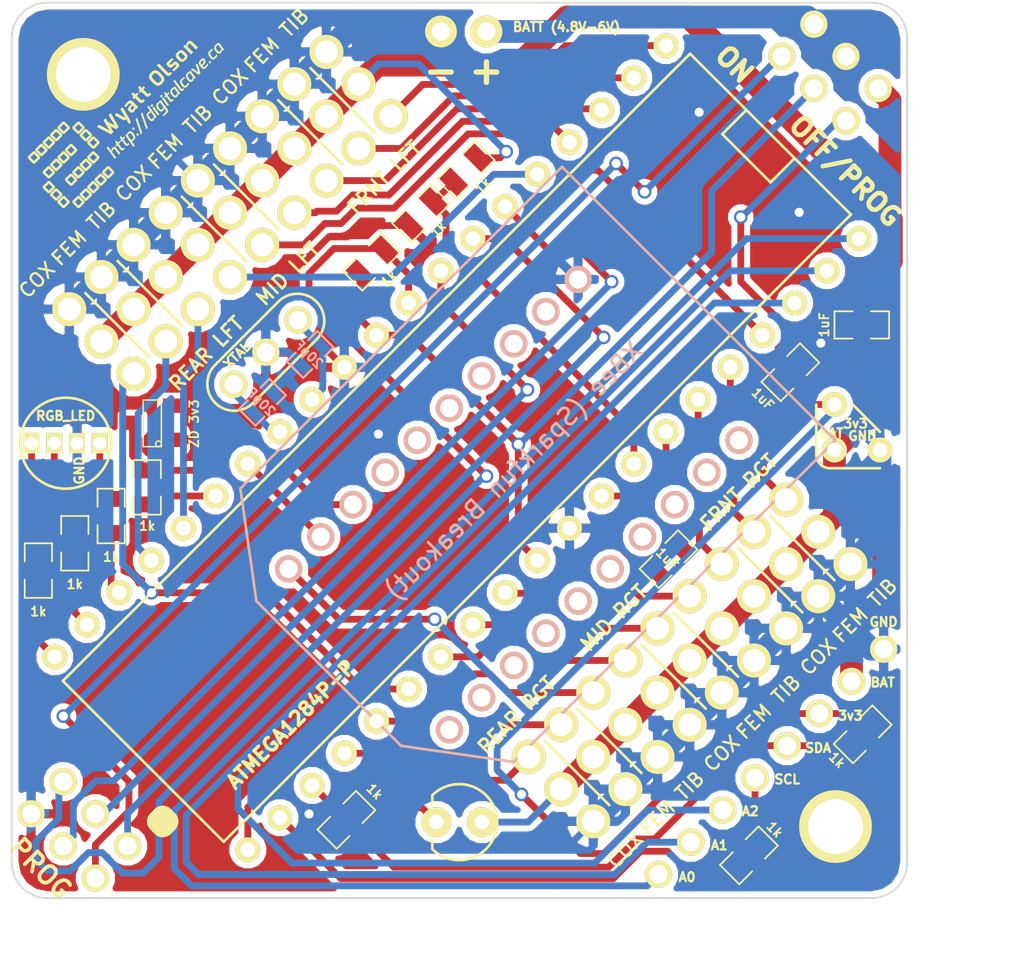
<source format=kicad_pcb>
(kicad_pcb (version 3) (host pcbnew "(2014-01-10 BZR 4027)-stable")
  (title_block (title "Stubby Controller") (rev 1) (company DigitalCave))
  (layers (15 F.Cu signal) (0 B.Cu signal) (18 B.Paste user) (19 F.Paste user) (20 B.SilkS user) (21 F.SilkS user) (22 B.Mask user) (23 F.Mask user) (28 Edge.Cuts user))
  (net 0 "")
  (net 1 +3.3V)
  (net 2 +6V)
  (net 3 /ADC0)
  (net 4 /ADC1)
  (net 5 /ADC2)
  (net 6 /ADC_BATTERY_METER)
  (net 7 /AREF)
  (net 8 /AVR_RX)
  (net 9 /AVR_TX)
  (net 10 /I2C_SCL)
  (net 11 /I2C_SDA)
  (net 12 /LED_BL)
  (net 13 /LED_BL_R)
  (net 14 /LED_GR)
  (net 15 /LED_GR_R)
  (net 16 /LED_RD)
  (net 17 /LED_RD_R)
  (net 18 /MISO)
  (net 19 /MOSI)
  (net 20 /PWM00)
  (net 21 /PWM01)
  (net 22 /PWM02)
  (net 23 /PWM03)
  (net 24 /PWM04)
  (net 25 /PWM05)
  (net 26 /PWM06)
  (net 27 /PWM07)
  (net 28 /PWM08)
  (net 29 /PWM09)
  (net 30 /PWM10)
  (net 31 /PWM11)
  (net 32 /PWM12)
  (net 33 /PWM13)
  (net 34 /PWM14)
  (net 35 /PWM15)
  (net 36 /PWM16)
  (net 37 /PWM17)
  (net 38 /RESET)
  (net 39 /SCK)
  (net 40 /SWITCHED_BATTERY)
  (net 41 /VCC_AVR)
  (net 42 /VCC_PROG)
  (net 43 /XTAL1)
  (net 44 /XTAL2)
  (net 45 GND)
  (net 46 N-0000029)
  (net 47 N-0000031)
  (module TO92 (layer F.Cu) (at 82.212 38.707 90)
    (fp_text reference VR1 hide)
    (fp_text value MCP1702 hide)
    (pad 1 thru_hole circle (at -1.27 1.27 90) (size 1.397 1.397) (drill 0.8128) (layers *.Cu *.Mask F.SilkS) (net 45 GND))
    (pad 2 thru_hole circle (at -1.27 -1.27 90) (size 1.397 1.397) (drill 0.8128) (layers *.Cu *.Mask F.SilkS) (net 40 /SWITCHED_BATTERY))
    (pad 3 thru_hole circle (at 1.27 -1.27 90) (size 1.397 1.397) (drill 0.8128) (layers *.Cu *.Mask F.SilkS) (net 1 +3.3V))
  )
  (module LED-5MM (layer F.Cu) (at 59.987 60.7542 180)
    (fp_text reference D1 hide)
    (fp_text value LED hide)
    (pad 1 thru_hole circle (at -1.27 0 180) (size 1.6764 1.6764) (drill 0.8128) (layers *.Cu *.Mask F.SilkS) (net 40 /SWITCHED_BATTERY))
    (pad 2 thru_hole circle (at 1.27 0 180) (size 1.6764 1.6764) (drill 0.8128) (layers *.Cu *.Mask F.SilkS) (net 46 N-0000029))
  )
  (module DIP-40__600 (layer F.Cu) (at 59.86 39.85 225)
    (fp_text reference IC1 hide)
    (fp_text value ATMEGA1284P-P (at 17.471901 -4.371758 225) (layer F.SilkS) (effects (font (size 0.762 0.762) (thickness 0.1905))))
    (pad 1 thru_hole circle (at -24.13 7.62 225) (size 1.397 1.397) (drill 0.8128) (layers *.Cu *.Mask F.SilkS) (net 22 /PWM02))
    (pad 2 thru_hole circle (at -21.59 7.62 225) (size 1.397 1.397) (drill 0.8128) (layers *.Cu *.Mask F.SilkS) (net 21 /PWM01))
    (pad 3 thru_hole circle (at -19.05 7.62 225) (size 1.397 1.397) (drill 0.8128) (layers *.Cu *.Mask F.SilkS) (net 20 /PWM00))
    (pad 4 thru_hole circle (at -16.51 7.62 225) (size 1.397 1.397) (drill 0.8128) (layers *.Cu *.Mask F.SilkS) (net 28 /PWM08))
    (pad 5 thru_hole circle (at -13.97 7.62 225) (size 1.397 1.397) (drill 0.8128) (layers *.Cu *.Mask F.SilkS) (net 26 /PWM06))
    (pad 6 thru_hole circle (at -11.43 7.62 225) (size 1.397 1.397) (drill 0.8128) (layers *.Cu *.Mask F.SilkS) (net 19 /MOSI))
    (pad 7 thru_hole circle (at -8.89 7.62 225) (size 1.397 1.397) (drill 0.8128) (layers *.Cu *.Mask F.SilkS) (net 18 /MISO))
    (pad 8 thru_hole circle (at -6.35 7.62 225) (size 1.397 1.397) (drill 0.8128) (layers *.Cu *.Mask F.SilkS) (net 39 /SCK))
    (pad 9 thru_hole circle (at -3.81 7.62 225) (size 1.397 1.397) (drill 0.8128) (layers *.Cu *.Mask F.SilkS) (net 38 /RESET))
    (pad 10 thru_hole circle (at -1.27 7.62 225) (size 1.397 1.397) (drill 0.8128) (layers *.Cu *.Mask F.SilkS) (net 41 /VCC_AVR))
    (pad 11 thru_hole circle (at 1.27 7.62 225) (size 1.397 1.397) (drill 0.8128) (layers *.Cu *.Mask F.SilkS) (net 45 GND))
    (pad 12 thru_hole circle (at 3.81 7.62 225) (size 1.397 1.397) (drill 0.8128) (layers *.Cu *.Mask F.SilkS) (net 44 /XTAL2))
    (pad 13 thru_hole circle (at 6.35 7.62 225) (size 1.397 1.397) (drill 0.8128) (layers *.Cu *.Mask F.SilkS) (net 43 /XTAL1))
    (pad 14 thru_hole circle (at 8.89 7.62 225) (size 1.397 1.397) (drill 0.8128) (layers *.Cu *.Mask F.SilkS) (net 8 /AVR_RX))
    (pad 15 thru_hole circle (at 11.43 7.62 225) (size 1.397 1.397) (drill 0.8128) (layers *.Cu *.Mask F.SilkS) (net 47 N-0000031))
    (pad 16 thru_hole circle (at 13.97 7.62 225) (size 1.397 1.397) (drill 0.8128) (layers *.Cu *.Mask F.SilkS) (net 34 /PWM14))
    (pad 17 thru_hole circle (at 16.51 7.62 225) (size 1.397 1.397) (drill 0.8128) (layers *.Cu *.Mask F.SilkS) (net 33 /PWM13))
    (pad 18 thru_hole circle (at 19.05 7.62 225) (size 1.397 1.397) (drill 0.8128) (layers *.Cu *.Mask F.SilkS) (net 16 /LED_RD))
    (pad 19 thru_hole circle (at 21.59 7.62 225) (size 1.397 1.397) (drill 0.8128) (layers *.Cu *.Mask F.SilkS) (net 12 /LED_BL))
    (pad 20 thru_hole circle (at 24.13 7.62 225) (size 1.397 1.397) (drill 0.8128) (layers *.Cu *.Mask F.SilkS) (net 14 /LED_GR))
    (pad 21 thru_hole circle (at 24.13 -7.62 225) (size 1.397 1.397) (drill 0.8128) (layers *.Cu *.Mask F.SilkS) (net 37 /PWM17))
    (pad 22 thru_hole circle (at 21.59 -7.62 225) (size 1.397 1.397) (drill 0.8128) (layers *.Cu *.Mask F.SilkS) (net 10 /I2C_SCL))
    (pad 23 thru_hole circle (at 19.05 -7.62 225) (size 1.397 1.397) (drill 0.8128) (layers *.Cu *.Mask F.SilkS) (net 11 /I2C_SDA))
    (pad 24 thru_hole circle (at 16.51 -7.62 225) (size 1.397 1.397) (drill 0.8128) (layers *.Cu *.Mask F.SilkS) (net 36 /PWM16))
    (pad 25 thru_hole circle (at 13.97 -7.62 225) (size 1.397 1.397) (drill 0.8128) (layers *.Cu *.Mask F.SilkS) (net 35 /PWM15))
    (pad 26 thru_hole circle (at 11.43 -7.62 225) (size 1.397 1.397) (drill 0.8128) (layers *.Cu *.Mask F.SilkS) (net 32 /PWM12))
    (pad 27 thru_hole circle (at 8.89 -7.62 225) (size 1.397 1.397) (drill 0.8128) (layers *.Cu *.Mask F.SilkS) (net 31 /PWM11))
    (pad 28 thru_hole circle (at 6.35 -7.62 225) (size 1.397 1.397) (drill 0.8128) (layers *.Cu *.Mask F.SilkS) (net 30 /PWM10))
    (pad 29 thru_hole circle (at 3.81 -7.62 225) (size 1.397 1.397) (drill 0.8128) (layers *.Cu *.Mask F.SilkS) (net 29 /PWM09))
    (pad 30 thru_hole circle (at 1.27 -7.62 225) (size 1.397 1.397) (drill 0.8128) (layers *.Cu *.Mask F.SilkS) (net 41 /VCC_AVR))
    (pad 31 thru_hole circle (at -1.27 -7.62 225) (size 1.397 1.397) (drill 0.8128) (layers *.Cu *.Mask F.SilkS) (net 45 GND))
    (pad 32 thru_hole circle (at -3.81 -7.62 225) (size 1.397 1.397) (drill 0.8128) (layers *.Cu *.Mask F.SilkS) (net 7 /AREF))
    (pad 33 thru_hole circle (at -6.35 -7.62 225) (size 1.397 1.397) (drill 0.8128) (layers *.Cu *.Mask F.SilkS) (net 6 /ADC_BATTERY_METER))
    (pad 34 thru_hole circle (at -8.89 -7.62 225) (size 1.397 1.397) (drill 0.8128) (layers *.Cu *.Mask F.SilkS) (net 25 /PWM05))
    (pad 35 thru_hole circle (at -11.43 -7.62 225) (size 1.397 1.397) (drill 0.8128) (layers *.Cu *.Mask F.SilkS) (net 24 /PWM04))
    (pad 36 thru_hole circle (at -13.97 -7.62 225) (size 1.397 1.397) (drill 0.8128) (layers *.Cu *.Mask F.SilkS) (net 23 /PWM03))
    (pad 37 thru_hole circle (at -16.51 -7.62 225) (size 1.397 1.397) (drill 0.8128) (layers *.Cu *.Mask F.SilkS) (net 27 /PWM07))
    (pad 38 thru_hole circle (at -19.05 -7.62 225) (size 1.397 1.397) (drill 0.8128) (layers *.Cu *.Mask F.SilkS) (net 5 /ADC2))
    (pad 39 thru_hole circle (at -21.59 -7.62 225) (size 1.397 1.397) (drill 0.8128) (layers *.Cu *.Mask F.SilkS) (net 4 /ADC1))
    (pad 40 thru_hole circle (at -24.13 -7.62 225) (size 1.397 1.397) (drill 0.8128) (layers *.Cu *.Mask F.SilkS) (net 3 /ADC0))
  )
  (module PIN_ARRAY_2X1 (layer F.Cu) (at 60.241 16.609 180)
    (fp_text reference P2 hide)
    (fp_text value "BATT (4.8V-6V)" (at -5.7404 0.254 180) (layer F.SilkS) (effects (font (size 0.508 0.508) (thickness 0.127))))
    (pad 1 thru_hole circle (at -1.27 0 180) (size 1.778 1.778) (drill 1.016) (layers *.Cu *.Mask F.SilkS) (net 2 +6V))
    (pad 2 thru_hole circle (at 1.27 0 180) (size 1.778 1.778) (drill 1.016) (layers *.Cu *.Mask F.SilkS) (net 45 GND))
  )
  (module PIN_ARRAY_3X1 (layer F.Cu) (at 49.192 34.516 45)
    (fp_text reference K1 hide)
    (fp_text value XTAL (at -1.27 -1.016 45) (layer F.SilkS) (effects (font (size 0.508 0.508) (thickness 0.127))))
    (pad 1 thru_hole circle (at -2.54 0 45) (size 1.524 1.524) (drill 1.016) (layers *.Cu *.Mask F.SilkS) (net 43 /XTAL1))
    (pad 2 thru_hole circle (at 0 0 45) (size 1.524 1.524) (drill 1.016) (layers *.Cu *.Mask F.SilkS) (net 45 GND))
    (pad 3 thru_hole circle (at 2.54 0 45) (size 1.524 1.524) (drill 1.016) (layers *.Cu *.Mask F.SilkS) (net 44 /XTAL2))
  )
  (module SM0805 (layer F.Cu) (at 71.671 46.073 45)
    (fp_text reference C1 hide)
    (fp_text value 1uF (at -0.032244 -0.064488 135) (layer F.SilkS) (effects (font (size 0.508 0.508) (thickness 0.10922))))
    (pad 1 smd rect (at -0.9525 0 45) (size 0.889 1.397) (layers F.Cu F.Paste F.Mask) (net 45 GND))
    (pad 2 smd rect (at 0.9525 0 45) (size 0.889 1.397) (layers F.Cu F.Paste F.Mask) (net 7 /AREF))
  )
  (module SM0805 (layer F.Cu) (at 53.6878 60.6272 225)
    (fp_text reference R10 hide)
    (fp_text value 1k (at -2.227104 0 315) (layer F.SilkS) (effects (font (size 0.50038 0.50038) (thickness 0.10922))))
    (pad 1 smd rect (at -0.9525 0 225) (size 0.889 1.397) (layers F.Cu F.Paste F.Mask) (net 46 N-0000029))
    (pad 2 smd rect (at 0.9525 0 225) (size 0.889 1.397) (layers F.Cu F.Paste F.Mask) (net 45 GND))
  )
  (module PIN_ARRAY_8x1 (layer F.Cu) (at 78.3004 56.487 45)
    (fp_text reference P3 hide)
    (fp_text value CONN_8 hide)
    (pad 1 thru_hole circle (at -10.16 0 315) (size 1.524 1.524) (drill 1.016) (layers *.Cu *.Mask F.SilkS) (net 3 /ADC0))
    (pad 2 thru_hole circle (at -7.62 0 315) (size 1.524 1.524) (drill 1.016) (layers *.Cu *.Mask F.SilkS) (net 4 /ADC1))
    (pad 3 thru_hole circle (at -5.08 0 315) (size 1.524 1.524) (drill 1.016) (layers *.Cu *.Mask F.SilkS) (net 5 /ADC2))
    (pad 4 thru_hole circle (at -2.54 0 315) (size 1.524 1.524) (drill 1.016) (layers *.Cu *.Mask F.SilkS) (net 10 /I2C_SCL))
    (pad 5 thru_hole circle (at 0 0 315) (size 1.524 1.524) (drill 1.016) (layers *.Cu *.Mask F.SilkS) (net 11 /I2C_SDA))
    (pad 6 thru_hole circle (at 2.54 0 315) (size 1.524 1.524) (drill 1.016) (layers *.Cu *.Mask F.SilkS) (net 1 +3.3V))
    (pad 7 thru_hole circle (at 5.08 0 315) (size 1.524 1.524) (drill 1.016) (layers *.Cu *.Mask F.SilkS) (net 40 /SWITCHED_BATTERY))
    (pad 8 thru_hole circle (at 7.62 0 315) (size 1.524 1.524) (drill 1.016) (layers *.Cu *.Mask F.SilkS) (net 45 GND))
  )
  (module SM0805 (layer F.Cu) (at 82.466 32.992)
    (fp_text reference C2 hide)
    (fp_text value 1uF (at -2.0955 0 90) (layer F.SilkS) (effects (font (size 0.508 0.508) (thickness 0.10922))))
    (pad 1 smd rect (at -0.9525 0) (size 0.889 1.397) (layers F.Cu F.Paste F.Mask) (net 45 GND))
    (pad 2 smd rect (at 0.9525 0) (size 0.889 1.397) (layers F.Cu F.Paste F.Mask) (net 40 /SWITCHED_BATTERY))
  )
  (module SM0805 (layer F.Cu) (at 78.4782 35.6336 45)
    (fp_text reference C3 hide)
    (fp_text value 1uF (at -2.137301 -0.035921 135) (layer F.SilkS) (effects (font (size 0.508 0.508) (thickness 0.10922))))
    (pad 1 smd rect (at -0.9525 0 45) (size 0.889 1.397) (layers F.Cu F.Paste F.Mask) (net 1 +3.3V))
    (pad 2 smd rect (at 0.9525 0 45) (size 0.889 1.397) (layers F.Cu F.Paste F.Mask) (net 45 GND))
  )
  (module SM0805 (layer F.Cu) (at 82.5168 55.852 225)
    (fp_text reference R7 hide)
    (fp_text value 1k (at 2.032 0 315) (layer F.SilkS) (effects (font (size 0.508 0.508) (thickness 0.10922))))
    (pad 1 smd rect (at -0.9525 0 225) (size 0.889 1.397) (layers F.Cu F.Paste F.Mask) (net 1 +3.3V))
    (pad 2 smd rect (at 0.9525 0 225) (size 0.889 1.397) (layers F.Cu F.Paste F.Mask) (net 11 /I2C_SDA))
  )
  (module SM0805 (layer F.Cu) (at 76.1668 62.6084 45)
    (fp_text reference R8 hide)
    (fp_text value 1k (at 2.032 0 135) (layer F.SilkS) (effects (font (size 0.508 0.508) (thickness 0.10922))))
    (pad 1 smd rect (at -0.9525 0 45) (size 0.889 1.397) (layers F.Cu F.Paste F.Mask) (net 1 +3.3V))
    (pad 2 smd rect (at 0.9525 0 45) (size 0.889 1.397) (layers F.Cu F.Paste F.Mask) (net 10 /I2C_SCL))
  )
  (module SM0805 (layer F.Cu) (at 60.3504 24.3332 225)
    (fp_text reference R2 hide)
    (fp_text value 1k (at -0.044901 -1.302137 225) (layer F.SilkS) (effects (font (size 0.508 0.508) (thickness 0.10922))))
    (pad 1 smd rect (at -0.9525 0 225) (size 0.889 1.397) (layers F.Cu F.Paste F.Mask) (net 40 /SWITCHED_BATTERY))
    (pad 2 smd rect (at 0.9525 0 225) (size 0.889 1.397) (layers F.Cu F.Paste F.Mask) (net 6 /ADC_BATTERY_METER))
  )
  (module SM0805 (layer F.Cu) (at 57.8612 26.7716 45)
    (fp_text reference R3 hide)
    (fp_text value 1k (at 0.044901 1.302137 45) (layer F.SilkS) (effects (font (size 0.50038 0.50038) (thickness 0.10922))))
    (pad 1 smd rect (at -0.9525 0 45) (size 0.889 1.397) (layers F.Cu F.Paste F.Mask) (net 45 GND))
    (pad 2 smd rect (at 0.9525 0 45) (size 0.889 1.397) (layers F.Cu F.Paste F.Mask) (net 6 /ADC_BATTERY_METER))
  )
  (module SM0805 (layer F.Cu) (at 55.118 29.464 225)
    (fp_text reference R1 hide)
    (fp_text value 1k (at 0 -1.347038 225) (layer F.SilkS) (effects (font (size 0.508 0.508) (thickness 0.10922))))
    (pad 1 smd rect (at -0.9525 0 225) (size 0.889 1.397) (layers F.Cu F.Paste F.Mask) (net 38 /RESET))
    (pad 2 smd rect (at 0.9525 0 225) (size 0.889 1.397) (layers F.Cu F.Paste F.Mask) (net 41 /VCC_AVR))
  )
  (module SM0805 (layer F.Cu) (at 42.5704 42.0624 90)
    (fp_text reference R9 hide)
    (fp_text value 1k (at -2.155261 0 180) (layer F.SilkS) (effects (font (size 0.50038 0.50038) (thickness 0.10922))))
    (pad 1 smd rect (at -0.9525 0 90) (size 0.889 1.397) (layers F.Cu F.Paste F.Mask) (net 47 N-0000031))
    (pad 2 smd rect (at 0.9525 0 90) (size 0.889 1.397) (layers F.Cu F.Paste F.Mask) (net 9 /AVR_TX))
  )
  (module SM0805 (layer F.Cu) (at 36.492 46.708 90)
    (fp_text reference R5 hide)
    (fp_text value 1k (at -2.286 0 180) (layer F.SilkS) (effects (font (size 0.508 0.508) (thickness 0.10922))))
    (pad 1 smd rect (at -0.9525 0 90) (size 0.889 1.397) (layers F.Cu F.Paste F.Mask) (net 14 /LED_GR))
    (pad 2 smd rect (at 0.9525 0 90) (size 0.889 1.397) (layers F.Cu F.Paste F.Mask) (net 15 /LED_GR_R))
  )
  (module SM0805 (layer F.Cu) (at 38.524 45.184 90)
    (fp_text reference R6 hide)
    (fp_text value 1k (at -2.286 0 180) (layer F.SilkS) (effects (font (size 0.508 0.508) (thickness 0.10922))))
    (pad 1 smd rect (at -0.9525 0 90) (size 0.889 1.397) (layers F.Cu F.Paste F.Mask) (net 12 /LED_BL))
    (pad 2 smd rect (at 0.9525 0 90) (size 0.889 1.397) (layers F.Cu F.Paste F.Mask) (net 13 /LED_BL_R))
  )
  (module SM0805 (layer F.Cu) (at 40.556 43.66 90)
    (fp_text reference R4 hide)
    (fp_text value 1k (at -2.286 0 180) (layer F.SilkS) (effects (font (size 0.508 0.508) (thickness 0.10922))))
    (pad 1 smd rect (at -0.9525 0 90) (size 0.889 1.397) (layers F.Cu F.Paste F.Mask) (net 16 /LED_RD))
    (pad 2 smd rect (at 0.9525 0 90) (size 0.889 1.397) (layers F.Cu F.Paste F.Mask) (net 17 /LED_RD_R))
  )
  (module 1pin (layer F.Cu) (at 81 61)
    (fp_text reference 1PIN hide)
    (fp_text value P*** hide)
    (pad 1 thru_hole circle (at 0 0) (size 4.064 4.064) (drill 3.048) (layers *.Cu *.Mask F.SilkS) (net 45 GND))
  )
  (module SOT23 (layer F.Cu) (at 42.8498 38.4556 90)
    (fp_text reference ZD1 hide)
    (fp_text value "ZD 3v3" (at -0.0508 2.3368 90) (layer F.SilkS) (effects (font (size 0.50038 0.50038) (thickness 0.09906))))
    (pad 2 smd rect (at 0 -1.09982 90) (size 0.8001 1.00076) (layers F.Cu F.Paste F.Mask) (net 9 /AVR_TX))
    (pad 3 smd rect (at 0.9525 1.09982 90) (size 0.8001 1.00076) (layers F.Cu F.Paste F.Mask))
    (pad 1 smd rect (at -0.9525 1.09982 90) (size 0.8001 1.00076) (layers F.Cu F.Paste F.Mask) (net 45 GND))
  )
  (module 1pin (layer F.Cu) (at 39 19)
    (fp_text reference 1PIN hide)
    (fp_text value P*** hide)
    (pad 1 thru_hole circle (at 0 0) (size 4.064 4.064) (drill 3.048) (layers *.Cu *.Mask F.SilkS) (net 45 GND))
  )
  (module DPDT (layer F.Cu) (at 80.688 18.895 315)
    (fp_text reference SW1 hide)
    (fp_text value DPDT hide)
    (pad 4 thru_hole circle (at -2.54 1.27 315) (size 1.524 1.524) (drill 1.016) (layers *.Cu *.Mask F.SilkS) (net 42 /VCC_PROG))
    (pad 1 thru_hole circle (at -2.54 -1.27 315) (size 1.524 1.524) (drill 1.016) (layers *.Cu *.Mask F.SilkS) (net 2 +6V))
    (pad 5 thru_hole circle (at 0 1.27 315) (size 1.524 1.524) (drill 1.016) (layers *.Cu *.Mask F.SilkS) (net 41 /VCC_AVR))
    (pad 2 thru_hole circle (at 0 -1.27 315) (size 1.524 1.524) (drill 1.016) (layers *.Cu *.Mask F.SilkS) (net 2 +6V))
    (pad 6 thru_hole circle (at 2.54 1.27 315) (size 1.524 1.524) (drill 1.016) (layers *.Cu *.Mask F.SilkS) (net 1 +3.3V))
    (pad 3 thru_hole circle (at 2.54 -1.27 315) (size 1.524 1.524) (drill 1.016) (layers *.Cu *.Mask F.SilkS) (net 40 /SWITCHED_BATTERY))
  )
  (module pin_array_3x2 (layer F.Cu) (at 38.778 61.186 135)
    (fp_text reference P1 hide)
    (fp_text value PROG (at 0 -3.053287 135) (layer F.SilkS) (effects (font (size 1.016 1.016) (thickness 0.2032))))
    (pad 1 thru_hole circle (at -2.54 1.27 135) (size 1.524 1.524) (drill 1.016) (layers *.Cu *.Mask F.SilkS) (net 18 /MISO))
    (pad 2 thru_hole circle (at -2.54 -1.27 135) (size 1.524 1.524) (drill 1.016) (layers *.Cu *.Mask F.SilkS) (net 42 /VCC_PROG))
    (pad 3 thru_hole circle (at 0 1.27 135) (size 1.524 1.524) (drill 1.016) (layers *.Cu *.Mask F.SilkS) (net 39 /SCK))
    (pad 4 thru_hole circle (at 0 -1.27 135) (size 1.524 1.524) (drill 1.016) (layers *.Cu *.Mask F.SilkS) (net 19 /MOSI))
    (pad 5 thru_hole circle (at 2.54 1.27 135) (size 1.524 1.524) (drill 1.016) (layers *.Cu *.Mask F.SilkS) (net 38 /RESET))
    (pad 6 thru_hole circle (at 2.54 -1.27 135) (size 1.524 1.524) (drill 1.016) (layers *.Cu *.Mask F.SilkS) (net 45 GND))
  )
  (module LED_RGB (layer F.Cu) (at 38.016 39.596 180)
    (fp_text reference D2 hide)
    (fp_text value RGB_LED (at 0 1.524 180) (layer F.SilkS) (effects (font (size 0.508 0.508) (thickness 0.127))))
    (pad 1 thru_hole rect (at -1.905 0 180) (size 0.889 1.143) (drill 0.7112) (layers *.Cu *.Mask F.SilkS) (net 17 /LED_RD_R))
    (pad 2 thru_hole rect (at -0.635 0 180) (size 0.889 1.143) (drill 0.7112) (layers *.Cu *.Mask F.SilkS) (net 45 GND))
    (pad 3 thru_hole rect (at 0.635 0 180) (size 0.889 1.143) (drill 0.7112) (layers *.Cu *.Mask F.SilkS) (net 13 /LED_BL_R))
    (pad 4 thru_hole rect (at 1.905 0 180) (size 0.889 1.143) (drill 0.7112) (layers *.Cu *.Mask F.SilkS) (net 15 /LED_GR_R))
  )
  (module DIGITALCAVE_LOGO_WIDE_SMALL (layer F.Cu) (at 41.3688 21.0032 45)
    (fp_text reference VAL hide)
    (fp_text value DIGITALCAVE_LOGO_WIDE_SMALL hide)
  )
  (module XBEE_SPARKFUN_BREAKOUT (layer B.Cu) (at 63.035 43.025 315)
    (fp_text reference X1 hide)
    (fp_text value "XBee (Sparkfun Breakout)" (at -1.347038 -1.347038 405) (layer B.SilkS) (effects (justify mirror)))
    (pad 1 thru_hole circle (at -6.35 11.43 315) (size 1.524 1.524) (drill 1.016) (layers *.Cu *.Mask B.SilkS) (net 1 +3.3V))
    (pad 2 thru_hole circle (at -6.35 8.89 315) (size 1.524 1.524) (drill 1.016) (layers *.Cu *.Mask B.SilkS) (net 8 /AVR_RX))
    (pad 3 thru_hole circle (at -6.35 6.35 315) (size 1.524 1.524) (drill 1.016) (layers *.Cu *.Mask B.SilkS) (net 9 /AVR_TX))
    (pad 4 thru_hole circle (at -6.35 3.81 315) (size 1.524 1.524) (drill 1.016) (layers *.Cu *.Mask B.SilkS))
    (pad 5 thru_hole circle (at -6.35 1.27 315) (size 1.524 1.524) (drill 1.016) (layers *.Cu *.Mask B.SilkS))
    (pad 6 thru_hole circle (at -6.35 -1.27 315) (size 1.524 1.524) (drill 1.016) (layers *.Cu *.Mask B.SilkS))
    (pad 7 thru_hole circle (at -6.35 -3.81 315) (size 1.524 1.524) (drill 1.016) (layers *.Cu *.Mask B.SilkS))
    (pad 8 thru_hole circle (at -6.35 -6.35 315) (size 1.524 1.524) (drill 1.016) (layers *.Cu *.Mask B.SilkS))
    (pad 9 thru_hole circle (at -6.35 -8.89 315) (size 1.524 1.524) (drill 1.016) (layers *.Cu *.Mask B.SilkS))
    (pad 10 thru_hole circle (at -6.35 -11.43 315) (size 1.524 1.524) (drill 1.016) (layers *.Cu *.Mask B.SilkS) (net 45 GND))
    (pad 11 thru_hole circle (at 6.35 -11.43 315) (size 1.524 1.524) (drill 1.016) (layers *.Cu *.Mask B.SilkS))
    (pad 12 thru_hole circle (at 6.35 -8.89 315) (size 1.524 1.524) (drill 1.016) (layers *.Cu *.Mask B.SilkS))
    (pad 13 thru_hole circle (at 6.35 -6.35 315) (size 1.524 1.524) (drill 1.016) (layers *.Cu *.Mask B.SilkS))
    (pad 14 thru_hole circle (at 6.35 -3.81 315) (size 1.524 1.524) (drill 1.016) (layers *.Cu *.Mask B.SilkS))
    (pad 15 thru_hole circle (at 6.35 -1.27 315) (size 1.524 1.524) (drill 1.016) (layers *.Cu *.Mask B.SilkS))
    (pad 16 thru_hole circle (at 6.35 1.27 315) (size 1.524 1.524) (drill 1.016) (layers *.Cu *.Mask B.SilkS))
    (pad 17 thru_hole circle (at 6.35 3.81 315) (size 1.524 1.524) (drill 1.016) (layers *.Cu *.Mask B.SilkS))
    (pad 18 thru_hole circle (at 6.35 6.35 315) (size 1.524 1.524) (drill 1.016) (layers *.Cu *.Mask B.SilkS))
    (pad 19 thru_hole circle (at 6.35 8.89 315) (size 1.524 1.524) (drill 1.016) (layers *.Cu *.Mask B.SilkS))
    (pad 20 thru_hole circle (at 6.35 11.43 315) (size 1.524 1.524) (drill 1.016) (layers *.Cu *.Mask B.SilkS))
  )
  (module SM0603_Capa (layer B.Cu) (at 49.0015 37.31 225)
    (fp_text reference C5 hide)
    (fp_text value 20pF (at 0.044901 0.044901 495) (layer B.SilkS) (effects (font (size 0.508 0.508) (thickness 0.1143)) (justify mirror)))
    (pad 1 smd rect (at -0.762 0 225) (size 0.635 1.143) (layers B.Cu B.Paste B.Mask) (net 45 GND))
    (pad 2 smd rect (at 0.762 0 225) (size 0.635 1.143) (layers B.Cu B.Paste B.Mask) (net 43 /XTAL1))
  )
  (module SM0603_Capa (layer B.Cu) (at 51.6685 34.643 45)
    (fp_text reference C4 hide)
    (fp_text value 20pF (at -0.044901 -0.044901 315) (layer B.SilkS) (effects (font (size 0.508 0.508) (thickness 0.1143)) (justify mirror)))
    (pad 1 smd rect (at -0.762 0 45) (size 0.635 1.143) (layers B.Cu B.Paste B.Mask) (net 45 GND))
    (pad 2 smd rect (at 0.762 0 45) (size 0.635 1.143) (layers B.Cu B.Paste B.Mask) (net 44 /XTAL2))
  )
  (module HEX_LEG (layer F.Cu) (at 48.9888 25.8292 135)
    (fp_text reference S3 hide)
    (fp_text value "MID LFT" (at -4.064 -2.032 225) (layer F.SilkS) (effects (font (size 0.762 0.762))))
    (fp_text user TIB (at 5.588 0.508 225) (layer F.SilkS) (effects (font (size 0.762 0.762) (thickness 0.127))))
    (fp_text user FEM (at 5.588 -2.032 225) (layer F.SilkS) (effects (font (size 0.762 0.762) (thickness 0.127))))
    (fp_text user COX (at 5.588 -4.572 225) (layer F.SilkS) (effects (font (size 0.762 0.762) (thickness 0.127))))
    (pad 1 thru_hole circle (at -1.905 -4.445 45) (size 1.905 1.905) (drill 1.27) (layers *.Cu *.Mask F.SilkS) (net 26 /PWM06))
    (pad 2 thru_hole circle (at -1.905 -1.905 45) (size 1.905 1.905) (drill 1.27) (layers *.Cu *.Mask F.SilkS) (net 27 /PWM07))
    (pad 3 thru_hole circle (at -1.905 0.635 45) (size 1.905 1.905) (drill 1.27) (layers *.Cu *.Mask F.SilkS) (net 28 /PWM08))
    (pad 4 thru_hole circle (at 0.635 -4.445 45) (size 1.905 1.905) (drill 1.27) (layers *.Cu *.Mask F.SilkS) (net 40 /SWITCHED_BATTERY))
    (pad 5 thru_hole circle (at 0.635 -1.905 45) (size 1.905 1.905) (drill 1.27) (layers *.Cu *.Mask F.SilkS) (net 40 /SWITCHED_BATTERY))
    (pad 6 thru_hole circle (at 0.635 0.635 45) (size 1.905 1.905) (drill 1.27) (layers *.Cu *.Mask F.SilkS) (net 40 /SWITCHED_BATTERY))
    (pad 7 thru_hole circle (at 3.175 -4.445 45) (size 1.905 1.905) (drill 1.27) (layers *.Cu *.Mask F.SilkS) (net 45 GND))
    (pad 8 thru_hole circle (at 3.175 -1.905 45) (size 1.905 1.905) (drill 1.27) (layers *.Cu *.Mask F.SilkS) (net 45 GND))
    (pad 9 thru_hole circle (at 3.175 0.635 45) (size 1.905 1.905) (drill 1.27) (layers *.Cu *.Mask F.SilkS) (net 45 GND))
  )
  (module HEX_LEG (layer F.Cu) (at 54.3736 20.4444 135)
    (fp_text reference S1 hide)
    (fp_text value "FRNT LFT" (at -4.064 -2.032 225) (layer F.SilkS) (effects (font (size 0.762 0.762))))
    (fp_text user TIB (at 5.588 0.508 225) (layer F.SilkS) (effects (font (size 0.762 0.762) (thickness 0.127))))
    (fp_text user FEM (at 5.588 -2.032 225) (layer F.SilkS) (effects (font (size 0.762 0.762) (thickness 0.127))))
    (fp_text user COX (at 5.588 -4.572 225) (layer F.SilkS) (effects (font (size 0.762 0.762) (thickness 0.127))))
    (pad 1 thru_hole circle (at -1.905 -4.445 45) (size 1.905 1.905) (drill 1.27) (layers *.Cu *.Mask F.SilkS) (net 20 /PWM00))
    (pad 2 thru_hole circle (at -1.905 -1.905 45) (size 1.905 1.905) (drill 1.27) (layers *.Cu *.Mask F.SilkS) (net 21 /PWM01))
    (pad 3 thru_hole circle (at -1.905 0.635 45) (size 1.905 1.905) (drill 1.27) (layers *.Cu *.Mask F.SilkS) (net 22 /PWM02))
    (pad 4 thru_hole circle (at 0.635 -4.445 45) (size 1.905 1.905) (drill 1.27) (layers *.Cu *.Mask F.SilkS) (net 40 /SWITCHED_BATTERY))
    (pad 5 thru_hole circle (at 0.635 -1.905 45) (size 1.905 1.905) (drill 1.27) (layers *.Cu *.Mask F.SilkS) (net 40 /SWITCHED_BATTERY))
    (pad 6 thru_hole circle (at 0.635 0.635 45) (size 1.905 1.905) (drill 1.27) (layers *.Cu *.Mask F.SilkS) (net 40 /SWITCHED_BATTERY))
    (pad 7 thru_hole circle (at 3.175 -4.445 45) (size 1.905 1.905) (drill 1.27) (layers *.Cu *.Mask F.SilkS) (net 45 GND))
    (pad 8 thru_hole circle (at 3.175 -1.905 45) (size 1.905 1.905) (drill 1.27) (layers *.Cu *.Mask F.SilkS) (net 45 GND))
    (pad 9 thru_hole circle (at 3.175 0.635 45) (size 1.905 1.905) (drill 1.27) (layers *.Cu *.Mask F.SilkS) (net 45 GND))
  )
  (module HEX_LEG (layer F.Cu) (at 43.604 31.214 135)
    (fp_text reference S5 hide)
    (fp_text value "REAR LFT" (at -3.994588 -0.786586 225) (layer F.SilkS) (effects (font (size 0.762 0.762))))
    (fp_text user TIB (at 5.588 0.508 225) (layer F.SilkS) (effects (font (size 0.762 0.762) (thickness 0.127))))
    (fp_text user FEM (at 5.588 -2.032 225) (layer F.SilkS) (effects (font (size 0.762 0.762) (thickness 0.127))))
    (fp_text user COX (at 5.588 -4.572 225) (layer F.SilkS) (effects (font (size 0.762 0.762) (thickness 0.127))))
    (pad 1 thru_hole circle (at -1.905 -4.445 45) (size 1.905 1.905) (drill 1.27) (layers *.Cu *.Mask F.SilkS) (net 32 /PWM12))
    (pad 2 thru_hole circle (at -1.905 -1.905 45) (size 1.905 1.905) (drill 1.27) (layers *.Cu *.Mask F.SilkS) (net 33 /PWM13))
    (pad 3 thru_hole circle (at -1.905 0.635 45) (size 1.905 1.905) (drill 1.27) (layers *.Cu *.Mask F.SilkS) (net 34 /PWM14))
    (pad 4 thru_hole circle (at 0.635 -4.445 45) (size 1.905 1.905) (drill 1.27) (layers *.Cu *.Mask F.SilkS) (net 40 /SWITCHED_BATTERY))
    (pad 5 thru_hole circle (at 0.635 -1.905 45) (size 1.905 1.905) (drill 1.27) (layers *.Cu *.Mask F.SilkS) (net 40 /SWITCHED_BATTERY))
    (pad 6 thru_hole circle (at 0.635 0.635 45) (size 1.905 1.905) (drill 1.27) (layers *.Cu *.Mask F.SilkS) (net 40 /SWITCHED_BATTERY))
    (pad 7 thru_hole circle (at 3.175 -4.445 45) (size 1.905 1.905) (drill 1.27) (layers *.Cu *.Mask F.SilkS) (net 45 GND))
    (pad 8 thru_hole circle (at 3.175 -1.905 45) (size 1.905 1.905) (drill 1.27) (layers *.Cu *.Mask F.SilkS) (net 45 GND))
    (pad 9 thru_hole circle (at 3.175 0.635 45) (size 1.905 1.905) (drill 1.27) (layers *.Cu *.Mask F.SilkS) (net 45 GND))
  )
  (module HEX_LEG_REVERSE (layer F.Cu) (at 76.4462 47.2414 315)
    (fp_text reference S2 hide)
    (fp_text value "FRNT RGT" (at -4.069682 -2.859398 405) (layer F.SilkS) (effects (font (size 0.762 0.762))))
    (fp_text user TIB (at 5.588 -4.572 405) (layer F.SilkS) (effects (font (size 0.762 0.762) (thickness 0.127))))
    (fp_text user FEM (at 5.588 -2.032 405) (layer F.SilkS) (effects (font (size 0.762 0.762) (thickness 0.127))))
    (fp_text user COX (at 5.588 0.508 405) (layer F.SilkS) (effects (font (size 0.762 0.762) (thickness 0.127))))
    (pad 1 thru_hole circle (at -1.905 -4.445 225) (size 1.905 1.905) (drill 1.27) (layers *.Cu *.Mask F.SilkS) (net 23 /PWM03))
    (pad 2 thru_hole circle (at -1.905 -1.905 225) (size 1.905 1.905) (drill 1.27) (layers *.Cu *.Mask F.SilkS) (net 24 /PWM04))
    (pad 3 thru_hole circle (at -1.905 0.635 225) (size 1.905 1.905) (drill 1.27) (layers *.Cu *.Mask F.SilkS) (net 25 /PWM05))
    (pad 4 thru_hole circle (at 0.635 -4.445 225) (size 1.905 1.905) (drill 1.27) (layers *.Cu *.Mask F.SilkS) (net 40 /SWITCHED_BATTERY))
    (pad 5 thru_hole circle (at 0.635 -1.905 225) (size 1.905 1.905) (drill 1.27) (layers *.Cu *.Mask F.SilkS) (net 40 /SWITCHED_BATTERY))
    (pad 6 thru_hole circle (at 0.635 0.635 225) (size 1.905 1.905) (drill 1.27) (layers *.Cu *.Mask F.SilkS) (net 40 /SWITCHED_BATTERY))
    (pad 7 thru_hole circle (at 3.175 -4.445 225) (size 1.905 1.905) (drill 1.27) (layers *.Cu *.Mask F.SilkS) (net 45 GND))
    (pad 8 thru_hole circle (at 3.175 -1.905 225) (size 1.905 1.905) (drill 1.27) (layers *.Cu *.Mask F.SilkS) (net 45 GND))
    (pad 9 thru_hole circle (at 3.175 0.635 225) (size 1.905 1.905) (drill 1.27) (layers *.Cu *.Mask F.SilkS) (net 45 GND))
  )
  (module HEX_LEG_REVERSE (layer F.Cu) (at 71.0614 52.6262 315)
    (fp_text reference S4 hide)
    (fp_text value "MID RGT" (at -4.033761 -0.596374 405) (layer F.SilkS) (effects (font (size 0.762 0.762))))
    (fp_text user TIB (at 5.588 -4.572 405) (layer F.SilkS) (effects (font (size 0.762 0.762) (thickness 0.127))))
    (fp_text user FEM (at 5.588 -2.032 405) (layer F.SilkS) (effects (font (size 0.762 0.762) (thickness 0.127))))
    (fp_text user COX (at 5.588 0.508 405) (layer F.SilkS) (effects (font (size 0.762 0.762) (thickness 0.127))))
    (pad 1 thru_hole circle (at -1.905 -4.445 225) (size 1.905 1.905) (drill 1.27) (layers *.Cu *.Mask F.SilkS) (net 29 /PWM09))
    (pad 2 thru_hole circle (at -1.905 -1.905 225) (size 1.905 1.905) (drill 1.27) (layers *.Cu *.Mask F.SilkS) (net 30 /PWM10))
    (pad 3 thru_hole circle (at -1.905 0.635 225) (size 1.905 1.905) (drill 1.27) (layers *.Cu *.Mask F.SilkS) (net 31 /PWM11))
    (pad 4 thru_hole circle (at 0.635 -4.445 225) (size 1.905 1.905) (drill 1.27) (layers *.Cu *.Mask F.SilkS) (net 40 /SWITCHED_BATTERY))
    (pad 5 thru_hole circle (at 0.635 -1.905 225) (size 1.905 1.905) (drill 1.27) (layers *.Cu *.Mask F.SilkS) (net 40 /SWITCHED_BATTERY))
    (pad 6 thru_hole circle (at 0.635 0.635 225) (size 1.905 1.905) (drill 1.27) (layers *.Cu *.Mask F.SilkS) (net 40 /SWITCHED_BATTERY))
    (pad 7 thru_hole circle (at 3.175 -4.445 225) (size 1.905 1.905) (drill 1.27) (layers *.Cu *.Mask F.SilkS) (net 45 GND))
    (pad 8 thru_hole circle (at 3.175 -1.905 225) (size 1.905 1.905) (drill 1.27) (layers *.Cu *.Mask F.SilkS) (net 45 GND))
    (pad 9 thru_hole circle (at 3.175 0.635 225) (size 1.905 1.905) (drill 1.27) (layers *.Cu *.Mask F.SilkS) (net 45 GND))
  )
  (module HEX_LEG_REVERSE (layer F.Cu) (at 65.6766 58.011 315)
    (fp_text reference S6 hide)
    (fp_text value "REAR RGT" (at -4.033761 -0.524532 405) (layer F.SilkS) (effects (font (size 0.762 0.762))))
    (fp_text user TIB (at 5.588 -4.572 405) (layer F.SilkS) (effects (font (size 0.762 0.762) (thickness 0.127))))
    (fp_text user FEM (at 5.588 -2.032 405) (layer F.SilkS) (effects (font (size 0.762 0.762) (thickness 0.127))))
    (fp_text user COX (at 5.588 0.508 405) (layer F.SilkS) (effects (font (size 0.762 0.762) (thickness 0.127))))
    (pad 1 thru_hole circle (at -1.905 -4.445 225) (size 1.905 1.905) (drill 1.27) (layers *.Cu *.Mask F.SilkS) (net 35 /PWM15))
    (pad 2 thru_hole circle (at -1.905 -1.905 225) (size 1.905 1.905) (drill 1.27) (layers *.Cu *.Mask F.SilkS) (net 36 /PWM16))
    (pad 3 thru_hole circle (at -1.905 0.635 225) (size 1.905 1.905) (drill 1.27) (layers *.Cu *.Mask F.SilkS) (net 37 /PWM17))
    (pad 4 thru_hole circle (at 0.635 -4.445 225) (size 1.905 1.905) (drill 1.27) (layers *.Cu *.Mask F.SilkS) (net 40 /SWITCHED_BATTERY))
    (pad 5 thru_hole circle (at 0.635 -1.905 225) (size 1.905 1.905) (drill 1.27) (layers *.Cu *.Mask F.SilkS) (net 40 /SWITCHED_BATTERY))
    (pad 6 thru_hole circle (at 0.635 0.635 225) (size 1.905 1.905) (drill 1.27) (layers *.Cu *.Mask F.SilkS) (net 40 /SWITCHED_BATTERY))
    (pad 7 thru_hole circle (at 3.175 -4.445 225) (size 1.905 1.905) (drill 1.27) (layers *.Cu *.Mask F.SilkS) (net 45 GND))
    (pad 8 thru_hole circle (at 3.175 -1.905 225) (size 1.905 1.905) (drill 1.27) (layers *.Cu *.Mask F.SilkS) (net 45 GND))
    (pad 9 thru_hole circle (at 3.175 0.635 225) (size 1.905 1.905) (drill 1.27) (layers *.Cu *.Mask F.SilkS) (net 45 GND))
  )
  (gr_text A2 (at 76.243 60.1446) (layer F.SilkS) (effects (font (size 0.508 0.508) (thickness 0.127))))
  (gr_line (start 35 17) (end 35 63) (angle 90) (layer Edge.Cuts) (width 0.1))
  (gr_line (start 83 15) (end 37 15) (angle 90) (layer Edge.Cuts) (width 0.1))
  (gr_line (start 85 63) (end 85 17) (angle 90) (layer Edge.Cuts) (width 0.1))
  (gr_line (start 37 65) (end 83 65) (angle 90) (layer Edge.Cuts) (width 0.1))
  (gr_arc (start 83 17) (end 83 15) (angle 90) (layer Edge.Cuts) (width 0.1))
  (gr_arc (start 83 63) (end 85 63) (angle 90) (layer Edge.Cuts) (width 0.1))
  (gr_arc (start 37 63) (end 37 65) (angle 90) (layer Edge.Cuts) (width 0.1))
  (gr_arc (start 37 17) (end 35 17) (angle 90) (layer Edge.Cuts) (width 0.1))
  (gr_text GND (at 38.778 41.12 90) (layer F.SilkS) (effects (font (size 0.508 0.508) (thickness 0.127))))
  (gr_text A0 (at 72.7124 63.8276) (layer F.SilkS) (effects (font (size 0.508 0.508) (thickness 0.127))))
  (gr_text BAT (at 80.772 39.0398) (layer F.SilkS) (effects (font (size 0.508 0.508) (thickness 0.127))))
  (gr_text 3v3 (at 82.1182 38.5064) (layer F.SilkS) (effects (font (size 0.508 0.508) (thickness 0.127))))
  (gr_text GND (at 82.4992 39.1922) (layer F.SilkS) (effects (font (size 0.508 0.508) (thickness 0.127))))
  (gr_text 3v3 (at 81.831 54.8106) (layer F.SilkS) (effects (font (size 0.508 0.508) (thickness 0.127))))
  (gr_text A1 (at 74.5158 62.0496) (layer F.SilkS) (effects (font (size 0.508 0.508) (thickness 0.127))))
  (gr_text BAT (at 83.6344 52.9564) (layer F.SilkS) (effects (font (size 0.508 0.508) (thickness 0.127))))
  (gr_text GND (at 83.6852 49.5782) (layer F.SilkS) (effects (font (size 0.508 0.508) (thickness 0.127))))
  (gr_text SDA (at 80.0276 56.614) (layer F.SilkS) (effects (font (size 0.508 0.508) (thickness 0.127))))
  (gr_text SCL (at 78.3004 58.3666) (layer F.SilkS) (effects (font (size 0.508 0.508) (thickness 0.127))))
  (gr_text . (at 43.434 58.674) (layer F.SilkS) (effects (font (size 5.08 5.08) (thickness 1.27)) (justify mirror)))
  (gr_text - (at 58.971 18.768) (layer F.SilkS) (effects (font (size 1.5 1.5) (thickness 0.3)) (justify mirror)))
  (gr_text + (at 61.511 18.768) (layer F.SilkS) (effects (font (size 1.5 1.5) (thickness 0.3)) (justify mirror)))
  (gr_text "ON\n" (at 75.3618 18.4404 315) (layer F.SilkS) (effects (font (size 1.016 1.016) (thickness 0.254))))
  (gr_text OFF/PROG (at 78.613 21.463 315) (layer F.SilkS) (effects (font (size 1.016 1.016) (thickness 0.254)) (justify left)))
  (segment (start 68.0388 62.5068) (end 66.7688 62.5068) (width 0.381) (layer F.Cu) (net 1))
  (segment (start 62.1079 57.8459) (end 62.1079 56.5759) (width 0.381) (layer B.Cu) (net 1))
  (segment (start 63.4668 59.2048) (end 62.1079 57.8459) (width 0.381) (layer B.Cu) (net 1))
  (via (at 63.4668 59.2048) (size 0.762) (layers F.Cu B.Cu) (net 1))
  (segment (start 66.7688 62.5068) (end 63.4668 59.2048) (width 0.381) (layer F.Cu) (net 1))
  (segment (start 58.6154 49.4258) (end 53.271339 49.4258) (width 0.381) (layer F.Cu) (net 1))
  (segment (start 53.271339 49.4258) (end 50.462641 46.617102) (width 0.381) (layer F.Cu) (net 1))
  (segment (start 63.9621 54.7217) (end 63.9113 54.7217) (width 0.381) (layer B.Cu) (net 1))
  (via (at 58.6154 49.4258) (size 0.762) (layers F.Cu B.Cu) (net 1))
  (segment (start 63.9113 54.7217) (end 58.6154 49.4258) (width 0.381) (layer B.Cu) (net 1))
  (segment (start 81.143523 21.589077) (end 75.7096 27.023) (width 0.381) (layer B.Cu) (net 1))
  (segment (start 81.143523 21.589077) (end 81.586026 21.589077) (width 0.381) (layer B.Cu) (net 1))
  (via (at 75.7096 26.9722) (size 0.762) (layers F.Cu B.Cu) (net 1))
  (segment (start 75.7096 26.9722) (end 75.7096 27.023) (width 0.381) (layer B.Cu) (net 1))
  (segment (start 75.7096 30.579) (end 75.7096 26.9722) (width 0.381) (layer F.Cu) (net 1))
  (segment (start 78.3258 33.1952) (end 75.7096 30.579) (width 0.381) (layer F.Cu) (net 1))
  (segment (start 78.3258 33.7794) (end 78.3258 33.1952) (width 0.381) (layer F.Cu) (net 1))
  (segment (start 80.942 37.437) (end 78.934562 37.437) (width 0.381) (layer F.Cu) (net 1))
  (segment (start 80.096451 54.690949) (end 75.880051 54.690949) (width 0.381) (layer F.Cu) (net 1))
  (segment (start 80.942 37.7418) (end 80.942 37.437) (width 0.381) (layer B.Cu) (net 1))
  (segment (start 62.1079 56.5759) (end 63.9621 54.7217) (width 0.381) (layer B.Cu) (net 1))
  (segment (start 63.9621 54.7217) (end 80.942 37.7418) (width 0.381) (layer B.Cu) (net 1))
  (segment (start 68.0642 62.5068) (end 68.0388 62.5068) (width 0.381) (layer F.Cu) (net 1))
  (segment (start 75.880051 54.690949) (end 68.0642 62.5068) (width 0.381) (layer F.Cu) (net 1))
  (segment (start 80.096451 54.690949) (end 82.702787 54.690949) (width 0.381) (layer F.Cu) (net 1))
  (segment (start 82.702787 54.690949) (end 83.190319 55.178481) (width 0.381) (layer F.Cu) (net 1))
  (segment (start 75.493281 63.281919) (end 75.493281 63.382681) (width 0.381) (layer F.Cu) (net 1))
  (segment (start 83.9646 55.952762) (end 83.190319 55.178481) (width 0.381) (layer F.Cu) (net 1))
  (segment (start 83.9646 62.7608) (end 83.9646 55.952762) (width 0.381) (layer F.Cu) (net 1))
  (segment (start 82.72 64.0054) (end 83.9646 62.7608) (width 0.381) (layer F.Cu) (net 1))
  (segment (start 76.116 64.0054) (end 82.72 64.0054) (width 0.381) (layer F.Cu) (net 1))
  (segment (start 75.493281 63.382681) (end 76.116 64.0054) (width 0.381) (layer F.Cu) (net 1))
  (segment (start 77.804681 36.307119) (end 77.804681 34.300519) (width 0.381) (layer F.Cu) (net 1))
  (segment (start 77.804681 34.300519) (end 78.3258 33.7794) (width 0.381) (layer F.Cu) (net 1))
  (segment (start 78.934562 37.437) (end 77.804681 36.307119) (width 0.381) (layer F.Cu) (net 1))
  (segment (start 79.789974 16.155203) (end 79.789975 16.155203) (width 1.27) (layer B.Cu) (net 2))
  (segment (start 79.789975 16.155203) (end 81.586026 17.996974) (width 1.27) (layer B.Cu) (net 2))
  (segment (start 61.511 16.609) (end 65.575 16.609) (width 1.27) (layer B.Cu) (net 2))
  (segment (start 79.436051 15.80128) (end 79.789974 16.155203) (width 1.27) (layer B.Cu) (net 2))
  (segment (start 66.337 15.80128) (end 79.436051 15.80128) (width 1.27) (layer B.Cu) (net 2))
  (segment (start 65.575 16.609) (end 66.337 15.80128) (width 1.27) (layer B.Cu) (net 2))
  (segment (start 64.9654 64.3102) (end 70.4772 64.3102) (width 0.381) (layer B.Cu) (net 3))
  (segment (start 76.030133 28.175667) (end 44.0866 60.1192) (width 0.381) (layer B.Cu) (net 3))
  (segment (start 44.0866 60.1192) (end 44.0866 63.345) (width 0.381) (layer B.Cu) (net 3))
  (segment (start 44.0866 63.345) (end 45.0518 64.3102) (width 0.381) (layer B.Cu) (net 3))
  (segment (start 45.0518 64.3102) (end 64.9654 64.3102) (width 0.381) (layer B.Cu) (net 3))
  (segment (start 82.31064 28.175667) (end 76.030133 28.175667) (width 0.381) (layer B.Cu) (net 3))
  (segment (start 70.4772 64.3102) (end 71.116195 63.671205) (width 0.381) (layer B.Cu) (net 3))
  (segment (start 80.514589 29.971718) (end 75.13211 29.971718) (width 0.381) (layer B.Cu) (net 4))
  (segment (start 70.473846 61.875154) (end 72.912246 61.875154) (width 0.381) (layer B.Cu) (net 4))
  (segment (start 68.673802 63.675198) (end 70.473846 61.875154) (width 0.381) (layer B.Cu) (net 4))
  (segment (start 45.432798 63.675198) (end 68.673802 63.675198) (width 0.381) (layer B.Cu) (net 4))
  (segment (start 44.747 62.9894) (end 45.432798 63.675198) (width 0.381) (layer B.Cu) (net 4))
  (segment (start 44.747 60.356828) (end 44.747 62.9894) (width 0.381) (layer B.Cu) (net 4))
  (segment (start 75.13211 29.971718) (end 44.747 60.356828) (width 0.381) (layer B.Cu) (net 4))
  (segment (start 47.6426 59.9922) (end 47.6426 60.0176) (width 0.381) (layer B.Cu) (net 5))
  (segment (start 47.6426 60.0176) (end 50.665196 63.040196) (width 0.381) (layer B.Cu) (net 5))
  (segment (start 47.6426 59.9922) (end 47.6426 58.359256) (width 0.381) (layer B.Cu) (net 5))
  (segment (start 70.517294 60.079102) (end 74.708298 60.079102) (width 0.381) (layer B.Cu) (net 5))
  (segment (start 67.5562 63.040196) (end 70.517294 60.079102) (width 0.381) (layer B.Cu) (net 5))
  (segment (start 50.665196 63.040196) (end 67.5562 63.040196) (width 0.381) (layer B.Cu) (net 5))
  (segment (start 78.718538 31.767769) (end 74.234087 31.767769) (width 0.381) (layer B.Cu) (net 5))
  (segment (start 74.234087 31.767769) (end 47.6426 58.359256) (width 0.381) (layer B.Cu) (net 5))
  (segment (start 59.2556 28.4506) (end 59.2556 26.818962) (width 0.381) (layer F.Cu) (net 6))
  (segment (start 59.2556 26.818962) (end 58.534719 26.098081) (width 0.381) (layer F.Cu) (net 6))
  (segment (start 58.534719 26.098081) (end 58.585519 26.098081) (width 0.381) (layer F.Cu) (net 6))
  (segment (start 58.585519 26.098081) (end 59.676881 25.006719) (width 0.381) (layer F.Cu) (net 6))
  (segment (start 69.738282 38.933282) (end 69.738282 40.748026) (width 0.381) (layer F.Cu) (net 6))
  (segment (start 59.2556 28.4506) (end 69.738282 38.933282) (width 0.381) (layer F.Cu) (net 6))
  (segment (start 72.344519 45.399481) (end 72.344519 45.159019) (width 0.381) (layer F.Cu) (net 7))
  (segment (start 69.729577 42.544077) (end 67.942231 42.544077) (width 0.381) (layer F.Cu) (net 7))
  (segment (start 72.344519 45.159019) (end 69.729577 42.544077) (width 0.381) (layer F.Cu) (net 7))
  (segment (start 48.185667 40.748026) (end 48.185668 40.748026) (width 0.381) (layer F.Cu) (net 8))
  (segment (start 48.185668 40.748026) (end 52.258693 44.821051) (width 0.381) (layer F.Cu) (net 8))
  (segment (start 42.5704 41.1099) (end 45.4279 41.1099) (width 0.381) (layer F.Cu) (net 9))
  (segment (start 45.4279 41.1099) (end 47.2694 39.2684) (width 0.381) (layer F.Cu) (net 9))
  (segment (start 41.74998 38.4556) (end 41.74998 40.28948) (width 0.381) (layer F.Cu) (net 9))
  (segment (start 41.74998 40.28948) (end 42.5704 41.1099) (width 0.381) (layer F.Cu) (net 9))
  (segment (start 54.054744 43.025) (end 52.2452 43.025) (width 0.381) (layer F.Cu) (net 9))
  (segment (start 48.4886 39.2684) (end 47.2694 39.2684) (width 0.381) (layer F.Cu) (net 9))
  (segment (start 52.2452 43.025) (end 48.4886 39.2684) (width 0.381) (layer F.Cu) (net 9))
  (segment (start 68.5976 63.9038) (end 53.380929 63.9038) (width 0.381) (layer F.Cu) (net 10))
  (segment (start 53.380929 63.9038) (end 49.981718 60.504589) (width 0.381) (layer F.Cu) (net 10))
  (segment (start 76.840319 61.934881) (end 74.859119 61.934881) (width 0.381) (layer F.Cu) (net 10))
  (segment (start 71.6202 62.3798) (end 70.1216 62.3798) (width 0.381) (layer F.Cu) (net 10))
  (segment (start 72.4584 63.218) (end 71.6202 62.3798) (width 0.381) (layer F.Cu) (net 10))
  (segment (start 73.576 63.218) (end 72.4584 63.218) (width 0.381) (layer F.Cu) (net 10))
  (segment (start 74.859119 61.934881) (end 73.576 63.218) (width 0.381) (layer F.Cu) (net 10))
  (segment (start 76.504349 58.283051) (end 76.504349 61.598911) (width 0.381) (layer F.Cu) (net 10))
  (segment (start 76.504349 61.598911) (end 76.840319 61.934881) (width 0.381) (layer F.Cu) (net 10))
  (segment (start 68.5976 63.9038) (end 70.1216 62.3798) (width 0.381) (layer F.Cu) (net 10))
  (segment (start 68.242 63.268798) (end 56.338029 63.268798) (width 0.381) (layer F.Cu) (net 11))
  (segment (start 56.338029 63.268798) (end 51.777769 58.708538) (width 0.381) (layer F.Cu) (net 11))
  (segment (start 78.3004 56.487) (end 76.116 56.487) (width 0.381) (layer F.Cu) (net 11))
  (segment (start 68.334574 63.268798) (end 68.242 63.268798) (width 0.381) (layer F.Cu) (net 11))
  (segment (start 69.909372 61.694) (end 68.334574 63.268798) (width 0.381) (layer F.Cu) (net 11))
  (segment (start 70.909 61.694) (end 69.909372 61.694) (width 0.381) (layer F.Cu) (net 11))
  (segment (start 76.116 56.487) (end 70.909 61.694) (width 0.381) (layer F.Cu) (net 11))
  (segment (start 78.3004 56.487) (end 81.804762 56.487) (width 0.381) (layer F.Cu) (net 11))
  (segment (start 81.804762 56.487) (end 81.843281 56.525519) (width 0.381) (layer F.Cu) (net 11))
  (segment (start 38.524 46.1365) (end 38.524 49.046871) (width 0.381) (layer F.Cu) (net 12))
  (segment (start 38.524 49.046871) (end 39.205411 49.728282) (width 0.381) (layer F.Cu) (net 12))
  (segment (start 37.381 39.596) (end 37.381 43.0885) (width 0.381) (layer F.Cu) (net 13))
  (segment (start 37.381 43.0885) (end 38.524 44.2315) (width 0.381) (layer F.Cu) (net 13))
  (segment (start 36.492 47.6605) (end 36.492 50.606973) (width 0.381) (layer F.Cu) (net 14))
  (segment (start 36.492 50.606973) (end 37.40936 51.524333) (width 0.381) (layer F.Cu) (net 14))
  (segment (start 36.111 39.596) (end 36.111 45.3745) (width 0.381) (layer F.Cu) (net 15))
  (segment (start 36.111 45.3745) (end 36.492 45.7555) (width 0.381) (layer F.Cu) (net 15))
  (segment (start 40.556 44.6125) (end 40.556 47.486769) (width 0.381) (layer F.Cu) (net 16))
  (segment (start 40.556 47.486769) (end 41.001462 47.932231) (width 0.381) (layer F.Cu) (net 16))
  (segment (start 39.921 39.596) (end 39.921 42.0725) (width 0.381) (layer F.Cu) (net 17))
  (segment (start 39.921 42.0725) (end 40.556 42.7075) (width 0.381) (layer F.Cu) (net 17))
  (segment (start 60.758026 28.175667) (end 62.536667 28.175667) (width 0.381) (layer F.Cu) (net 18))
  (via (at 68.0515 33.6905) (size 0.762) (layers F.Cu B.Cu) (net 18))
  (segment (start 62.536667 28.175667) (end 68.0515 33.6905) (width 0.381) (layer F.Cu) (net 18))
  (segment (start 66.3116 35.4304) (end 68.0515 33.6905) (width 0.381) (layer B.Cu) (net 18))
  (segment (start 41.472077 62.084026) (end 41.472077 60.269923) (width 0.381) (layer B.Cu) (net 18))
  (segment (start 66.3116 35.4304) (end 41.472077 60.269923) (width 0.381) (layer B.Cu) (net 18))
  (segment (start 68.496 30.579) (end 68.496 30.6425) (width 0.381) (layer B.Cu) (net 19))
  (segment (start 40.70078 58.43772) (end 39.71272 58.43772) (width 0.381) (layer B.Cu) (net 19))
  (segment (start 68.496 30.6425) (end 40.70078 58.43772) (width 0.381) (layer B.Cu) (net 19))
  (segment (start 38.44272 59.70772) (end 38.44272 61.52128) (width 0.381) (layer B.Cu) (net 19))
  (segment (start 38.44272 61.52128) (end 37.879974 62.084026) (width 0.381) (layer B.Cu) (net 19))
  (segment (start 66.845 28.928) (end 65.102461 28.928) (width 0.381) (layer F.Cu) (net 19))
  (segment (start 65.102461 28.928) (end 62.554077 26.379616) (width 0.381) (layer F.Cu) (net 19))
  (segment (start 68.496 30.579) (end 66.845 28.928) (width 0.381) (layer F.Cu) (net 19))
  (via (at 68.496 30.579) (size 0.762) (layers F.Cu B.Cu) (net 19))
  (segment (start 39.71272 58.43772) (end 38.44272 59.70772) (width 0.381) (layer B.Cu) (net 19))
  (segment (start 52.577549 24.934528) (end 55.852472 24.934528) (width 0.381) (layer F.Cu) (net 20))
  (segment (start 67.877771 20.927002) (end 67.942231 20.991462) (width 0.381) (layer F.Cu) (net 20))
  (segment (start 59.859998 20.927002) (end 67.877771 20.927002) (width 0.381) (layer F.Cu) (net 20))
  (segment (start 55.852472 24.934528) (end 59.859998 20.927002) (width 0.381) (layer F.Cu) (net 20))
  (segment (start 54.3736 23.138477) (end 56.750495 23.138477) (width 0.381) (layer F.Cu) (net 21))
  (segment (start 64.777436 20.200564) (end 65.782589 19.195411) (width 0.381) (layer F.Cu) (net 21))
  (segment (start 59.688408 20.200564) (end 64.777436 20.200564) (width 0.381) (layer F.Cu) (net 21))
  (segment (start 56.750495 23.138477) (end 59.688408 20.200564) (width 0.381) (layer F.Cu) (net 21))
  (segment (start 65.782589 19.195411) (end 69.738282 19.195411) (width 0.381) (layer F.Cu) (net 21))
  (segment (start 56.169651 21.342426) (end 56.178136 21.342426) (width 0.381) (layer F.Cu) (net 22))
  (segment (start 65.912506 17.39936) (end 71.534333 17.39936) (width 0.381) (layer F.Cu) (net 22))
  (segment (start 63.746304 19.565562) (end 65.912506 17.39936) (width 0.381) (layer F.Cu) (net 22))
  (segment (start 57.955 19.565562) (end 63.746304 19.565562) (width 0.381) (layer F.Cu) (net 22))
  (segment (start 56.178136 21.342426) (end 57.955 19.565562) (width 0.381) (layer F.Cu) (net 22))
  (segment (start 75.126435 35.359872) (end 75.126435 37.158635) (width 0.381) (layer F.Cu) (net 23))
  (segment (start 76.9796 41.488621) (end 78.242251 42.751272) (width 0.381) (layer F.Cu) (net 23))
  (segment (start 76.9796 39.0118) (end 76.9796 41.488621) (width 0.381) (layer F.Cu) (net 23))
  (segment (start 75.126435 37.158635) (end 76.9796 39.0118) (width 0.381) (layer F.Cu) (net 23))
  (segment (start 73.330384 37.155923) (end 73.330384 38.969384) (width 0.381) (layer F.Cu) (net 24))
  (segment (start 75.3286 43.429723) (end 76.4462 44.547323) (width 0.381) (layer F.Cu) (net 24))
  (segment (start 75.3286 40.9676) (end 75.3286 43.429723) (width 0.381) (layer F.Cu) (net 24))
  (segment (start 73.330384 38.969384) (end 75.3286 40.9676) (width 0.381) (layer F.Cu) (net 24))
  (segment (start 71.534333 38.951974) (end 71.534333 40.729333) (width 0.381) (layer F.Cu) (net 25))
  (segment (start 73.3982 45.091425) (end 74.650149 46.343374) (width 0.381) (layer F.Cu) (net 25))
  (segment (start 73.3982 42.5932) (end 73.3982 45.091425) (width 0.381) (layer F.Cu) (net 25))
  (segment (start 71.534333 40.729333) (end 73.3982 42.5932) (width 0.381) (layer F.Cu) (net 25))
  (segment (start 47.192749 30.319328) (end 56.182672 30.319328) (width 0.381) (layer B.Cu) (net 26))
  (segment (start 56.182672 30.319328) (end 61.918435 24.583565) (width 0.381) (layer B.Cu) (net 26))
  (segment (start 61.918435 24.583565) (end 64.350128 24.583565) (width 0.381) (layer B.Cu) (net 26))
  (segment (start 56.3447 26.4743) (end 54.2469 26.4743) (width 0.381) (layer F.Cu) (net 27))
  (segment (start 54.2469 26.4743) (end 53.3934 27.3278) (width 0.381) (layer F.Cu) (net 27))
  (segment (start 63.924 22.324) (end 65.956 24.356) (width 0.381) (layer F.Cu) (net 27))
  (segment (start 60.495 22.324) (end 63.924 22.324) (width 0.381) (layer F.Cu) (net 27))
  (segment (start 56.3447 26.4743) (end 60.495 22.324) (width 0.381) (layer F.Cu) (net 27))
  (segment (start 48.9888 28.523277) (end 51.298523 28.523277) (width 0.381) (layer F.Cu) (net 27))
  (segment (start 52.494 27.3278) (end 53.3934 27.3278) (width 0.381) (layer F.Cu) (net 27))
  (segment (start 51.298523 28.523277) (end 52.494 27.3278) (width 0.381) (layer F.Cu) (net 27))
  (segment (start 76.922487 33.544487) (end 67.734 24.356) (width 0.381) (layer F.Cu) (net 27))
  (segment (start 76.922487 33.563821) (end 76.922487 33.544487) (width 0.381) (layer F.Cu) (net 27))
  (segment (start 67.734 24.356) (end 65.956 24.356) (width 0.381) (layer F.Cu) (net 27))
  (segment (start 56.0653 25.7377) (end 54.0437 25.7377) (width 0.381) (layer F.Cu) (net 28))
  (segment (start 54.0437 25.7377) (end 53.1394 26.642) (width 0.381) (layer F.Cu) (net 28))
  (segment (start 50.784851 26.727226) (end 51.964274 26.727226) (width 0.381) (layer F.Cu) (net 28))
  (segment (start 52.0495 26.642) (end 53.1394 26.642) (width 0.381) (layer F.Cu) (net 28))
  (segment (start 51.964274 26.727226) (end 52.0495 26.642) (width 0.381) (layer F.Cu) (net 28))
  (segment (start 64.984166 21.6255) (end 66.146179 22.787513) (width 0.381) (layer F.Cu) (net 28))
  (segment (start 60.1775 21.6255) (end 64.984166 21.6255) (width 0.381) (layer F.Cu) (net 28))
  (segment (start 56.0653 25.7377) (end 60.1775 21.6255) (width 0.381) (layer F.Cu) (net 28))
  (segment (start 65.126826 47.978002) (end 62.599848 47.978002) (width 0.381) (layer F.Cu) (net 29))
  (segment (start 62.599848 47.978002) (end 62.554077 47.932231) (width 0.381) (layer F.Cu) (net 29))
  (segment (start 68.146072 48.136072) (end 72.857451 48.136072) (width 0.381) (layer F.Cu) (net 29))
  (segment (start 67.0736 47.0636) (end 68.146072 48.136072) (width 0.381) (layer F.Cu) (net 29))
  (segment (start 66.041228 47.0636) (end 67.0736 47.0636) (width 0.381) (layer F.Cu) (net 29))
  (segment (start 65.126826 47.978002) (end 66.041228 47.0636) (width 0.381) (layer F.Cu) (net 29))
  (segment (start 60.758026 49.728282) (end 62.935718 49.728282) (width 0.381) (layer F.Cu) (net 30))
  (segment (start 66.360723 49.932123) (end 71.0614 49.932123) (width 0.381) (layer F.Cu) (net 30))
  (segment (start 65.2702 48.8416) (end 66.360723 49.932123) (width 0.381) (layer F.Cu) (net 30))
  (segment (start 63.8224 48.8416) (end 65.2702 48.8416) (width 0.381) (layer F.Cu) (net 30))
  (segment (start 62.935718 49.728282) (end 63.8224 48.8416) (width 0.381) (layer F.Cu) (net 30))
  (segment (start 69.265349 51.728174) (end 64.575374 51.728174) (width 0.381) (layer F.Cu) (net 31))
  (segment (start 63.3906 50.5434) (end 62.019 50.5434) (width 0.381) (layer F.Cu) (net 31))
  (segment (start 64.575374 51.728174) (end 63.3906 50.5434) (width 0.381) (layer F.Cu) (net 31))
  (segment (start 58.961974 51.524333) (end 61.038067 51.524333) (width 0.381) (layer F.Cu) (net 31))
  (segment (start 61.038067 51.524333) (end 62.019 50.5434) (width 0.381) (layer F.Cu) (net 31))
  (via (at 42.81025 47.94625) (size 0.762) (layers F.Cu B.Cu) (net 32))
  (segment (start 41.807949 35.704128) (end 41.1988 36.313277) (width 0.381) (layer B.Cu) (net 32))
  (segment (start 41.1988 46.3348) (end 41.1988 36.313277) (width 0.381) (layer B.Cu) (net 32))
  (segment (start 41.1988 46.3348) (end 42.81025 47.94625) (width 0.381) (layer B.Cu) (net 32))
  (segment (start 42.81025 47.94625) (end 49.16025 47.94625) (width 0.381) (layer F.Cu) (net 32))
  (segment (start 49.16025 47.94625) (end 54.534384 53.320384) (width 0.381) (layer F.Cu) (net 32))
  (segment (start 54.534384 53.320384) (end 57.165923 53.320384) (width 0.381) (layer F.Cu) (net 32))
  (segment (start 42.797513 46.136179) (end 42.783379 46.136179) (width 0.381) (layer B.Cu) (net 33))
  (segment (start 43.604 36.406) (end 43.604 33.908077) (width 0.381) (layer B.Cu) (net 33))
  (segment (start 42.0624 37.9476) (end 43.604 36.406) (width 0.381) (layer B.Cu) (net 33))
  (segment (start 42.0624 45.4152) (end 42.0624 37.9476) (width 0.381) (layer B.Cu) (net 33))
  (segment (start 42.783379 46.136179) (end 42.0624 45.4152) (width 0.381) (layer B.Cu) (net 33))
  (segment (start 44.593565 44.340128) (end 44.593565 35.822835) (width 0.381) (layer B.Cu) (net 34))
  (segment (start 45.400051 35.016349) (end 45.400051 32.112026) (width 0.381) (layer B.Cu) (net 34))
  (segment (start 44.593565 35.822835) (end 45.400051 35.016349) (width 0.381) (layer B.Cu) (net 34))
  (segment (start 55.369872 55.116435) (end 57.547565 55.116435) (width 0.381) (layer F.Cu) (net 35))
  (segment (start 62.735872 53.520872) (end 67.472651 53.520872) (width 0.381) (layer F.Cu) (net 35))
  (segment (start 61.6888 52.4738) (end 62.735872 53.520872) (width 0.381) (layer F.Cu) (net 35))
  (segment (start 60.1902 52.4738) (end 61.6888 52.4738) (width 0.381) (layer F.Cu) (net 35))
  (segment (start 57.547565 55.116435) (end 60.1902 52.4738) (width 0.381) (layer F.Cu) (net 35))
  (segment (start 53.573821 56.912487) (end 60.044113 56.912487) (width 0.381) (layer F.Cu) (net 36))
  (segment (start 61.639677 55.316923) (end 65.6766 55.316923) (width 0.381) (layer F.Cu) (net 36))
  (segment (start 60.044113 56.912487) (end 61.639677 55.316923) (width 0.381) (layer F.Cu) (net 36))
  (segment (start 48.185667 62.30064) (end 48.185667 59.931733) (width 0.381) (layer F.Cu) (net 37))
  (segment (start 62.576123 58.4174) (end 63.880549 57.112974) (width 0.381) (layer F.Cu) (net 37))
  (segment (start 53.2306 58.4174) (end 62.576123 58.4174) (width 0.381) (layer F.Cu) (net 37))
  (segment (start 52.0368 57.2236) (end 53.2306 58.4174) (width 0.381) (layer F.Cu) (net 37))
  (segment (start 50.8938 57.2236) (end 52.0368 57.2236) (width 0.381) (layer F.Cu) (net 37))
  (segment (start 48.185667 59.931733) (end 50.8938 57.2236) (width 0.381) (layer F.Cu) (net 37))
  (segment (start 57.165923 30.164885) (end 55.791519 28.790481) (width 0.381) (layer F.Cu) (net 38))
  (segment (start 53.0352 28.7274) (end 55.601438 28.7274) (width 0.381) (layer F.Cu) (net 38))
  (segment (start 55.601438 28.7274) (end 55.994719 29.120681) (width 0.381) (layer F.Cu) (net 38))
  (segment (start 57.165923 31.767769) (end 57.165923 30.164885) (width 0.381) (layer F.Cu) (net 38))
  (segment (start 51.605 30.198) (end 51.605 30.117321) (width 0.381) (layer F.Cu) (net 38))
  (segment (start 37.635 60.551) (end 37.635 58.736897) (width 0.381) (layer B.Cu) (net 38))
  (segment (start 37.635 58.736897) (end 37.879974 58.491923) (width 0.381) (layer B.Cu) (net 38))
  (segment (start 36.365 61.821) (end 37.254 60.932) (width 0.381) (layer B.Cu) (net 38))
  (segment (start 36.365 62.837) (end 36.365 61.821) (width 0.381) (layer B.Cu) (net 38))
  (segment (start 37 63.472) (end 36.365 62.837) (width 0.381) (layer B.Cu) (net 38))
  (segment (start 37.254 60.932) (end 37.635 60.551) (width 0.381) (layer B.Cu) (net 38))
  (segment (start 38.27 63.472) (end 37 63.472) (width 0.381) (layer B.Cu) (net 38))
  (segment (start 39.286 62.456) (end 38.27 63.472) (width 0.381) (layer B.Cu) (net 38))
  (segment (start 43.223 62.71) (end 42.334 63.599) (width 0.381) (layer B.Cu) (net 38))
  (segment (start 40.048 62.456) (end 39.286 62.456) (width 0.381) (layer B.Cu) (net 38))
  (segment (start 41.191 63.599) (end 40.048 62.456) (width 0.381) (layer B.Cu) (net 38))
  (segment (start 42.334 63.599) (end 41.191 63.599) (width 0.381) (layer B.Cu) (net 38))
  (via (at 61.511 41.4375) (size 0.762) (layers F.Cu B.Cu) (net 38))
  (segment (start 61.384 41.4375) (end 43.223 59.5985) (width 0.381) (layer B.Cu) (net 38))
  (segment (start 43.223 59.5985) (end 43.223 62.71) (width 0.381) (layer B.Cu) (net 38))
  (segment (start 61.511 41.4375) (end 61.384 41.4375) (width 0.381) (layer B.Cu) (net 38))
  (segment (start 51.605 31.5315) (end 51.605 30.198) (width 0.381) (layer F.Cu) (net 38))
  (segment (start 51.605 31.5315) (end 61.511 41.4375) (width 0.381) (layer F.Cu) (net 38))
  (segment (start 51.605 30.117321) (end 52.994921 28.7274) (width 0.381) (layer F.Cu) (net 38))
  (segment (start 52.994921 28.7274) (end 53.0352 28.7274) (width 0.381) (layer F.Cu) (net 38))
  (segment (start 58.961974 29.971718) (end 58.961974 31.776474) (width 0.381) (layer F.Cu) (net 39))
  (segment (start 40.120526 60.287974) (end 39.676026 60.287974) (width 0.381) (layer B.Cu) (net 39))
  (segment (start 63.797 36.6115) (end 40.120526 60.287974) (width 0.381) (layer B.Cu) (net 39))
  (via (at 63.797 36.6115) (size 0.762) (layers F.Cu B.Cu) (net 39))
  (segment (start 58.961974 31.776474) (end 63.797 36.6115) (width 0.381) (layer F.Cu) (net 39))
  (segment (start 39.676026 60.287974) (end 39.930026 60.287974) (width 0.381) (layer B.Cu) (net 39))
  (segment (start 61.023919 23.659681) (end 62.268519 23.659681) (width 0.381) (layer F.Cu) (net 40))
  (segment (start 55.504974 18.415) (end 54.3736 19.546374) (width 0.381) (layer B.Cu) (net 40))
  (segment (start 57.7088 18.415) (end 55.504974 18.415) (width 0.381) (layer B.Cu) (net 40))
  (segment (start 62.611 23.3172) (end 57.7088 18.415) (width 0.381) (layer B.Cu) (net 40))
  (via (at 62.611 23.3172) (size 0.762) (layers F.Cu B.Cu) (net 40))
  (segment (start 62.268519 23.659681) (end 62.611 23.3172) (width 0.381) (layer F.Cu) (net 40))
  (segment (start 61.257 60.7542) (end 63.831426 60.7542) (width 0.381) (layer B.Cu) (net 40))
  (segment (start 63.831426 60.7542) (end 65.6766 58.909026) (width 0.381) (layer B.Cu) (net 40))
  (segment (start 80.942 42.263) (end 80.942 42.2884) (width 1.27) (layer F.Cu) (net 40))
  (segment (start 81.892502 49.567498) (end 81.892502 52.894898) (width 1.27) (layer F.Cu) (net 40))
  (segment (start 83.6852 47.7748) (end 81.892502 49.567498) (width 1.27) (layer F.Cu) (net 40))
  (segment (start 83.6852 45.0316) (end 83.6852 47.7748) (width 1.27) (layer F.Cu) (net 40))
  (segment (start 80.942 42.2884) (end 83.6852 45.0316) (width 1.27) (layer F.Cu) (net 40))
  (segment (start 83.4185 32.992) (end 83.4185 34.8335) (width 0.381) (layer F.Cu) (net 40))
  (segment (start 83.4185 34.8335) (end 83.482 34.897) (width 0.381) (layer F.Cu) (net 40))
  (segment (start 84.03953 27.04205) (end 84.03953 20.450479) (width 1.27) (layer F.Cu) (net 40))
  (segment (start 84.03953 20.450479) (end 83.382077 19.793026) (width 1.27) (layer F.Cu) (net 40))
  (segment (start 54.3736 19.546374) (end 54.3736 19.53762) (width 1.27) (layer F.Cu) (net 40))
  (segment (start 72.79876 15.80128) (end 84.03953 27.04205) (width 1.27) (layer F.Cu) (net 40))
  (segment (start 84.03953 27.04205) (end 84.117 27.11952) (width 1.27) (layer F.Cu) (net 40))
  (segment (start 65.98394 15.80128) (end 72.79876 15.80128) (width 1.27) (layer F.Cu) (net 40))
  (segment (start 63.29916 18.48606) (end 65.98394 15.80128) (width 1.27) (layer F.Cu) (net 40))
  (segment (start 55.42516 18.48606) (end 63.29916 18.48606) (width 1.27) (layer F.Cu) (net 40))
  (segment (start 54.3736 19.53762) (end 55.42516 18.48606) (width 1.27) (layer F.Cu) (net 40))
  (segment (start 83.482 34.897) (end 83.482 35.024) (width 1.27) (layer F.Cu) (net 40))
  (segment (start 83.482 35.024) (end 83.482 37.437) (width 1.27) (layer F.Cu) (net 40))
  (segment (start 83.482 37.437) (end 80.942 39.977) (width 1.27) (layer F.Cu) (net 40))
  (segment (start 80.942 39.977) (end 80.942 42.263) (width 1.27) (layer F.Cu) (net 40))
  (segment (start 80.942 42.263) (end 80.942 43.643625) (width 1.27) (layer F.Cu) (net 40))
  (segment (start 80.942 43.643625) (end 80.038302 44.547323) (width 1.27) (layer F.Cu) (net 40))
  (segment (start 83.482 34.897) (end 83.482 30.071) (width 1.27) (layer F.Cu) (net 40))
  (segment (start 84.117 29.436) (end 84.117 27.11952) (width 1.27) (layer F.Cu) (net 40))
  (segment (start 83.482 30.071) (end 84.117 29.436) (width 1.27) (layer F.Cu) (net 40))
  (segment (start 78.242251 46.343374) (end 80.038302 44.547323) (width 1.27) (layer F.Cu) (net 40))
  (segment (start 76.4462 48.139426) (end 76.4462 48.139425) (width 1.27) (layer F.Cu) (net 40))
  (segment (start 76.4462 48.139425) (end 78.242251 46.343374) (width 1.27) (layer F.Cu) (net 40))
  (segment (start 74.653502 49.932123) (end 74.653503 49.932123) (width 1.27) (layer F.Cu) (net 40))
  (segment (start 74.653503 49.932123) (end 76.4462 48.139426) (width 1.27) (layer F.Cu) (net 40))
  (segment (start 72.857451 51.728174) (end 74.653502 49.932123) (width 1.27) (layer F.Cu) (net 40))
  (segment (start 71.0614 53.524226) (end 71.0614 53.524225) (width 1.27) (layer F.Cu) (net 40))
  (segment (start 71.0614 53.524225) (end 72.857451 51.728174) (width 1.27) (layer F.Cu) (net 40))
  (segment (start 69.268702 55.316923) (end 69.268703 55.316923) (width 1.27) (layer F.Cu) (net 40))
  (segment (start 69.268703 55.316923) (end 71.0614 53.524226) (width 1.27) (layer F.Cu) (net 40))
  (segment (start 67.472651 57.112974) (end 69.268702 55.316923) (width 1.27) (layer F.Cu) (net 40))
  (segment (start 65.6766 58.909026) (end 65.6766 58.909025) (width 1.27) (layer F.Cu) (net 40))
  (segment (start 65.6766 58.909025) (end 67.472651 57.112974) (width 1.27) (layer F.Cu) (net 40))
  (segment (start 52.577549 21.342426) (end 52.577549 21.342425) (width 1.27) (layer F.Cu) (net 40))
  (segment (start 52.577549 21.342425) (end 54.3736 19.546374) (width 1.27) (layer F.Cu) (net 40))
  (segment (start 50.781498 23.138477) (end 52.577549 21.342426) (width 1.27) (layer F.Cu) (net 40))
  (segment (start 48.9888 24.931174) (end 48.988801 24.931174) (width 1.27) (layer F.Cu) (net 40))
  (segment (start 48.988801 24.931174) (end 50.781498 23.138477) (width 1.27) (layer F.Cu) (net 40))
  (segment (start 47.192749 26.727226) (end 47.192749 26.727225) (width 1.27) (layer F.Cu) (net 40))
  (segment (start 47.192749 26.727225) (end 48.9888 24.931174) (width 1.27) (layer F.Cu) (net 40))
  (segment (start 45.396698 28.523277) (end 47.192749 26.727226) (width 1.27) (layer F.Cu) (net 40))
  (segment (start 43.604 30.315974) (end 43.604001 30.315974) (width 1.27) (layer F.Cu) (net 40))
  (segment (start 43.604001 30.315974) (end 45.396698 28.523277) (width 1.27) (layer F.Cu) (net 40))
  (segment (start 41.807949 32.112026) (end 41.807949 32.112025) (width 1.27) (layer F.Cu) (net 40))
  (segment (start 41.807949 32.112025) (end 43.604 30.315974) (width 1.27) (layer F.Cu) (net 40))
  (segment (start 40.011898 33.908077) (end 41.807949 32.112026) (width 1.27) (layer F.Cu) (net 40))
  (segment (start 54.444481 32.63843) (end 55.369872 33.563821) (width 0.381) (layer F.Cu) (net 41))
  (segment (start 63.289 39.6595) (end 63.289 45.075051) (width 0.381) (layer F.Cu) (net 41))
  (segment (start 57.193321 33.563821) (end 63.289 39.6595) (width 0.381) (layer F.Cu) (net 41))
  (via (at 63.289 39.6595) (size 0.762) (layers F.Cu B.Cu) (net 41))
  (segment (start 55.369872 33.563821) (end 57.193321 33.563821) (width 0.381) (layer F.Cu) (net 41))
  (segment (start 63.289 45.075051) (end 64.350128 46.136179) (width 0.381) (layer F.Cu) (net 41))
  (segment (start 74.084 25.499) (end 79.789974 19.793026) (width 0.381) (layer B.Cu) (net 41))
  (segment (start 63.3525 39.6595) (end 74.084 28.928) (width 0.381) (layer B.Cu) (net 41))
  (segment (start 74.084 28.928) (end 74.084 25.499) (width 0.381) (layer B.Cu) (net 41))
  (segment (start 54.444481 30.137519) (end 54.444481 32.63843) (width 0.381) (layer F.Cu) (net 41))
  (via (at 68.75 23.975) (size 0.762) (layers F.Cu B.Cu) (net 42))
  (segment (start 77.993923 17.996974) (end 77.903026 17.996974) (width 0.381) (layer B.Cu) (net 42))
  (segment (start 70.3375 25.5625) (end 77.903026 17.996974) (width 0.381) (layer B.Cu) (net 42))
  (via (at 70.3375 25.5625) (size 0.762) (layers F.Cu B.Cu) (net 42))
  (segment (start 70.3375 25.5625) (end 68.75 23.975) (width 0.381) (layer F.Cu) (net 42))
  (segment (start 39.676026 63.880077) (end 39.676026 62.015174) (width 0.381) (layer F.Cu) (net 42))
  (segment (start 37.889 54.836) (end 68.75 23.975) (width 0.381) (layer B.Cu) (net 42))
  (via (at 37.889 54.836) (size 0.762) (layers F.Cu B.Cu) (net 42))
  (segment (start 41.5466 58.4936) (end 37.889 54.836) (width 0.381) (layer F.Cu) (net 42))
  (segment (start 41.5466 60.1446) (end 41.5466 58.4936) (width 0.381) (layer F.Cu) (net 42))
  (segment (start 39.676026 62.015174) (end 41.5466 60.1446) (width 0.381) (layer F.Cu) (net 42))
  (segment (start 49.565844 38.951974) (end 48.462685 37.848815) (width 0.381) (layer B.Cu) (net 43))
  (segment (start 49.981718 38.951974) (end 49.565844 38.951974) (width 0.381) (layer B.Cu) (net 43))
  (segment (start 47.395949 36.782079) (end 48.462685 37.848815) (width 0.381) (layer B.Cu) (net 43))
  (segment (start 47.395949 36.312051) (end 47.395949 36.782079) (width 0.381) (layer B.Cu) (net 43))
  (segment (start 51.777769 37.137231) (end 52.367 36.548) (width 0.381) (layer B.Cu) (net 44))
  (segment (start 51.777769 37.155923) (end 51.777769 37.137231) (width 0.381) (layer B.Cu) (net 44))
  (segment (start 52.367 34.26387) (end 52.207315 34.104185) (width 0.381) (layer B.Cu) (net 44))
  (segment (start 52.367 36.548) (end 52.367 34.26387) (width 0.381) (layer B.Cu) (net 44))
  (segment (start 50.988051 32.884921) (end 52.207315 34.104185) (width 0.381) (layer B.Cu) (net 44))
  (segment (start 50.988051 32.719949) (end 50.988051 32.884921) (width 0.381) (layer B.Cu) (net 44))
  (segment (start 80.18 34.008) (end 80.1038 34.008) (width 0.381) (layer F.Cu) (net 45))
  (segment (start 80.1038 34.008) (end 79.151719 34.960081) (width 0.381) (layer F.Cu) (net 45))
  (segment (start 80.18 34.008) (end 80.18 34.0715) (width 0.508) (layer F.Cu) (net 45))
  (via (at 80.18 34.008) (size 0.762) (layers F.Cu B.Cu) (net 45))
  (segment (start 43.94962 39.4081) (end 43.7261 39.4081) (width 0.381) (layer F.Cu) (net 45))
  (segment (start 38.651 37.9046) (end 38.651 39.596) (width 0.381) (layer F.Cu) (net 45))
  (segment (start 39.3192 37.2364) (end 38.651 37.9046) (width 0.381) (layer F.Cu) (net 45))
  (segment (start 42.4688 37.2364) (end 39.3192 37.2364) (width 0.381) (layer F.Cu) (net 45))
  (segment (start 42.7736 37.5412) (end 42.4688 37.2364) (width 0.381) (layer F.Cu) (net 45))
  (segment (start 42.7736 38.4556) (end 42.7736 37.5412) (width 0.381) (layer F.Cu) (net 45))
  (segment (start 43.7261 39.4081) (end 42.7736 38.4556) (width 0.381) (layer F.Cu) (net 45))
  (segment (start 53.721 28.077519) (end 53.721 28.067) (width 0.381) (layer F.Cu) (net 45))
  (segment (start 54.342881 27.445119) (end 57.187681 27.445119) (width 0.381) (layer F.Cu) (net 45))
  (segment (start 53.721 28.067) (end 54.342881 27.445119) (width 0.381) (layer F.Cu) (net 45))
  (segment (start 70.997481 46.746519) (end 70.312519 46.746519) (width 0.381) (layer F.Cu) (net 45))
  (segment (start 67.906128 44.340128) (end 66.146179 44.340128) (width 0.381) (layer F.Cu) (net 45))
  (segment (start 70.312519 46.746519) (end 67.906128 44.340128) (width 0.381) (layer F.Cu) (net 45))
  (via (at 55.4785 39.088) (size 0.762) (layers F.Cu B.Cu) (net 45))
  (segment (start 55.4785 39.088) (end 55.4785 39.1515) (width 0.381) (layer B.Cu) (net 45))
  (segment (start 63.7716 47.343) (end 63.7335 47.343) (width 0.381) (layer F.Cu) (net 45))
  (segment (start 53.573821 37.183321) (end 53.573821 35.359872) (width 0.381) (layer F.Cu) (net 45))
  (segment (start 63.7335 47.343) (end 55.4785 39.088) (width 0.381) (layer F.Cu) (net 45))
  (segment (start 55.4785 39.088) (end 53.573821 37.183321) (width 0.381) (layer F.Cu) (net 45))
  (segment (start 80.18 27.912) (end 78.9735 26.7055) (width 1.27) (layer F.Cu) (net 45))
  (via (at 78.9735 26.7055) (size 0.762) (layers F.Cu B.Cu) (net 45))
  (segment (start 78.9735 26.7055) (end 73.3855 21.1175) (width 1.27) (layer F.Cu) (net 45))
  (via (at 73.3855 21.1175) (size 0.762) (layers F.Cu B.Cu) (net 45))
  (segment (start 81.85386 29.49696) (end 81.85386 30.55614) (width 0.508) (layer F.Cu) (net 45))
  (segment (start 81.5135 30.8965) (end 81.5135 32.992) (width 0.508) (layer F.Cu) (net 45))
  (segment (start 81.85386 30.55614) (end 81.5135 30.8965) (width 0.508) (layer F.Cu) (net 45))
  (segment (start 80.2689 27.912) (end 81.85386 29.49696) (width 0.508) (layer F.Cu) (net 45))
  (segment (start 68.1785 18.133) (end 68.242 18.133) (width 0.508) (layer B.Cu) (net 45))
  (segment (start 68.242 18.133) (end 68.623 17.752) (width 0.508) (layer B.Cu) (net 45))
  (segment (start 68.623 17.752) (end 70.0835 17.752) (width 0.508) (layer B.Cu) (net 45))
  (segment (start 70.0835 17.752) (end 73.3855 21.054) (width 0.508) (layer B.Cu) (net 45))
  (segment (start 73.3855 21.054) (end 73.3855 21.1175) (width 0.508) (layer B.Cu) (net 45))
  (segment (start 73.3855 21.1175) (end 73.3855 21.2445) (width 0.381) (layer B.Cu) (net 45))
  (segment (start 52.729949 34.516) (end 53.573821 35.359872) (width 0.381) (layer F.Cu) (net 45))
  (segment (start 49.192 34.516) (end 52.729949 34.516) (width 0.381) (layer F.Cu) (net 45))
  (segment (start 50.46387 34.516) (end 51.129685 35.181815) (width 0.381) (layer B.Cu) (net 45))
  (segment (start 49.192 34.516) (end 50.46387 34.516) (width 0.381) (layer B.Cu) (net 45))
  (segment (start 49.192 36.42287) (end 49.540315 36.771185) (width 0.381) (layer B.Cu) (net 45))
  (segment (start 49.192 34.516) (end 49.192 36.42287) (width 0.381) (layer B.Cu) (net 45))
  (segment (start 38.651 39.596) (end 38.651 38.707) (width 0.381) (layer B.Cu) (net 45))
  (segment (start 38.215846 38.271846) (end 38.215846 32.112026) (width 0.381) (layer B.Cu) (net 45))
  (segment (start 38.651 38.707) (end 38.215846 38.271846) (width 0.381) (layer B.Cu) (net 45))
  (segment (start 66.026528 62.1512) (end 67.472651 60.705077) (width 0.381) (layer B.Cu) (net 45))
  (segment (start 53.4592 62.1512) (end 66.026528 62.1512) (width 0.381) (layer B.Cu) (net 45))
  (segment (start 51.605 60.297) (end 53.4592 62.1512) (width 0.381) (layer B.Cu) (net 45))
  (via (at 51.605 60.297) (size 0.762) (layers F.Cu B.Cu) (net 45))
  (segment (start 83.688554 51.098846) (end 82.997722 51.098846) (width 1.27) (layer B.Cu) (net 45))
  (segment (start 82.997722 51.098846) (end 80.038302 48.139426) (width 1.27) (layer B.Cu) (net 45))
  (segment (start 66.146179 46.060621) (end 66.146179 44.340128) (width 0.381) (layer F.Cu) (net 45))
  (segment (start 64.8638 47.343) (end 66.146179 46.060621) (width 0.381) (layer F.Cu) (net 45))
  (segment (start 63.7716 47.343) (end 64.8638 47.343) (width 0.381) (layer F.Cu) (net 45))
  (segment (start 49.192 34.516) (end 49.192 31.595) (width 0.381) (layer F.Cu) (net 45))
  (segment (start 52.709481 28.077519) (end 53.721 28.077519) (width 0.381) (layer F.Cu) (net 45))
  (segment (start 49.192 31.595) (end 52.709481 28.077519) (width 0.381) (layer F.Cu) (net 45))
  (segment (start 39 19) (end 39.465524 19) (width 0.381) (layer B.Cu) (net 45))
  (segment (start 39.465524 19) (end 45.396698 24.931174) (width 0.381) (layer B.Cu) (net 45))
  (segment (start 72.857451 55.320277) (end 75.320277 55.320277) (width 0.381) (layer B.Cu) (net 45))
  (segment (start 75.320277 55.320277) (end 81 61) (width 0.381) (layer B.Cu) (net 45))
  (segment (start 83.482 39.977) (end 83.482 37.31) (width 0.508) (layer B.Cu) (net 45))
  (segment (start 83.482 37.31) (end 80.18 34.008) (width 0.508) (layer B.Cu) (net 45))
  (segment (start 81.5135 32.992) (end 81.2595 32.992) (width 0.508) (layer F.Cu) (net 45))
  (segment (start 81.2595 32.992) (end 80.18 34.0715) (width 0.508) (layer F.Cu) (net 45))
  (segment (start 66.627102 30.452641) (end 66.622121 30.452641) (width 0.508) (layer B.Cu) (net 45))
  (segment (start 66.622121 30.452641) (end 65.39974 29.23026) (width 0.508) (layer B.Cu) (net 45))
  (segment (start 73.3855 21.2445) (end 65.39974 29.23026) (width 0.508) (layer B.Cu) (net 45))
  (segment (start 65.39974 29.23026) (end 64.4955 30.1345) (width 0.508) (layer B.Cu) (net 45))
  (segment (start 56.31924 38.31076) (end 55.4785 39.1515) (width 0.508) (layer B.Cu) (net 45))
  (segment (start 64.4955 30.1345) (end 58.19122 36.43878) (width 0.508) (layer B.Cu) (net 45))
  (segment (start 58.19122 36.43878) (end 56.31924 38.31076) (width 0.508) (layer B.Cu) (net 45))
  (segment (start 55.4785 39.1515) (end 53.764 40.866) (width 0.508) (layer B.Cu) (net 45))
  (segment (start 53.764 40.866) (end 37.9525 56.6775) (width 0.508) (layer B.Cu) (net 45))
  (segment (start 37.9525 56.741) (end 37.9525 56.6775) (width 0.508) (layer B.Cu) (net 45))
  (segment (start 36.083923 58.038077) (end 37.381 56.741) (width 0.508) (layer B.Cu) (net 45))
  (segment (start 37.381 56.741) (end 37.9525 56.741) (width 0.508) (layer B.Cu) (net 45))
  (segment (start 36.083923 60.287974) (end 36.083923 58.038077) (width 0.508) (layer B.Cu) (net 45))
  (segment (start 60.495 18.133) (end 58.971 16.609) (width 0.508) (layer B.Cu) (net 45))
  (segment (start 68.1785 18.133) (end 60.495 18.133) (width 0.508) (layer B.Cu) (net 45))
  (segment (start 68.623 17.752) (end 68.242 18.133) (width 0.508) (layer B.Cu) (net 45))
  (segment (start 40.011898 30.315974) (end 38.215846 32.112026) (width 1.27) (layer B.Cu) (net 45))
  (segment (start 41.807949 28.519923) (end 40.011898 30.315974) (width 1.27) (layer B.Cu) (net 45))
  (segment (start 43.600646 26.727226) (end 41.807949 28.519923) (width 1.27) (layer B.Cu) (net 45))
  (segment (start 45.396698 24.931174) (end 43.600646 26.727226) (width 1.27) (layer B.Cu) (net 45))
  (segment (start 47.192749 23.135123) (end 45.396698 24.931174) (width 1.27) (layer B.Cu) (net 45))
  (segment (start 48.985446 21.342426) (end 47.192749 23.135123) (width 1.27) (layer B.Cu) (net 45))
  (segment (start 50.781498 19.546374) (end 48.985446 21.342426) (width 1.27) (layer B.Cu) (net 45))
  (segment (start 52.577549 17.750323) (end 50.781498 19.546374) (width 1.27) (layer B.Cu) (net 45))
  (segment (start 58.971 16.609) (end 53.718872 16.609) (width 1.27) (layer B.Cu) (net 45))
  (segment (start 53.718872 16.609) (end 52.577549 17.750323) (width 1.27) (layer B.Cu) (net 45))
  (segment (start 83.482 39.977) (end 83.482 44.695728) (width 1.27) (layer B.Cu) (net 45))
  (segment (start 83.482 44.695728) (end 81.834354 46.343374) (width 1.27) (layer B.Cu) (net 45))
  (segment (start 80.038302 48.139426) (end 81.834354 46.343374) (width 1.27) (layer B.Cu) (net 45))
  (segment (start 78.242251 49.935477) (end 80.038302 48.139426) (width 1.27) (layer B.Cu) (net 45))
  (segment (start 76.449554 51.728174) (end 78.242251 49.935477) (width 1.27) (layer B.Cu) (net 45))
  (segment (start 74.653502 53.524226) (end 76.449554 51.728174) (width 1.27) (layer B.Cu) (net 45))
  (segment (start 72.857451 55.320277) (end 74.653502 53.524226) (width 1.27) (layer B.Cu) (net 45))
  (segment (start 71.064754 57.112974) (end 72.857451 55.320277) (width 1.27) (layer B.Cu) (net 45))
  (segment (start 69.268702 58.909026) (end 71.064754 57.112974) (width 1.27) (layer B.Cu) (net 45))
  (segment (start 67.472651 60.705077) (end 69.268702 58.909026) (width 1.27) (layer B.Cu) (net 45))
  (segment (start 53.014281 61.300719) (end 52.608719 61.300719) (width 0.381) (layer F.Cu) (net 45))
  (segment (start 52.608719 61.300719) (end 51.605 60.297) (width 0.381) (layer F.Cu) (net 45))
  (segment (start 54.361319 59.953681) (end 57.916481 59.953681) (width 0.381) (layer F.Cu) (net 46))
  (segment (start 57.916481 59.953681) (end 58.717 60.7542) (width 0.381) (layer F.Cu) (net 46))
  (segment (start 46.389616 42.544077) (end 43.041223 42.544077) (width 0.381) (layer F.Cu) (net 47))
  (segment (start 43.041223 42.544077) (end 42.5704 43.0149) (width 0.381) (layer F.Cu) (net 47))
  (zone (net 2) (net_name +6V) (layer F.Cu) (connect_pads yes (clearance 0.3302)) (min_thickness 0.3302) (fill (arc_segments 16) (thermal_gap 0.508) (thermal_bridge_width 0.508))
    (polygon (pts (xy 76 15) (xy 85 15) (xy 85 24)))
  )
  (zone (net 2) (net_name +6V) (layer B.Cu) (connect_pads yes (clearance 0.3302)) (min_thickness 0.3302) (fill (arc_segments 16) (thermal_gap 0.508) (thermal_bridge_width 0.508))
    (polygon (pts (xy 85 15) (xy 85 24) (xy 76 15)))
  )
  (zone (net 45) (net_name GND) (layer F.Cu) (connect_pads (clearance 0.3302)) (min_thickness 0.3302) (fill (arc_segments 16) (thermal_gap 0.508) (thermal_bridge_width 0.508))
    (polygon (pts (xy 75 15) (xy 85 25) (xy 85 65) (xy 35 65) (xy 35 15)))
  )
  (zone (net 45) (net_name GND) (layer B.Cu) (connect_pads (clearance 0.3302)) (min_thickness 0.3302) (fill (arc_segments 16) (thermal_gap 0.508) (thermal_bridge_width 0.508))
    (polygon (pts (xy 35 15) (xy 75 15) (xy 85 25) (xy 85 65) (xy 35 65)))
  )
)
</source>
